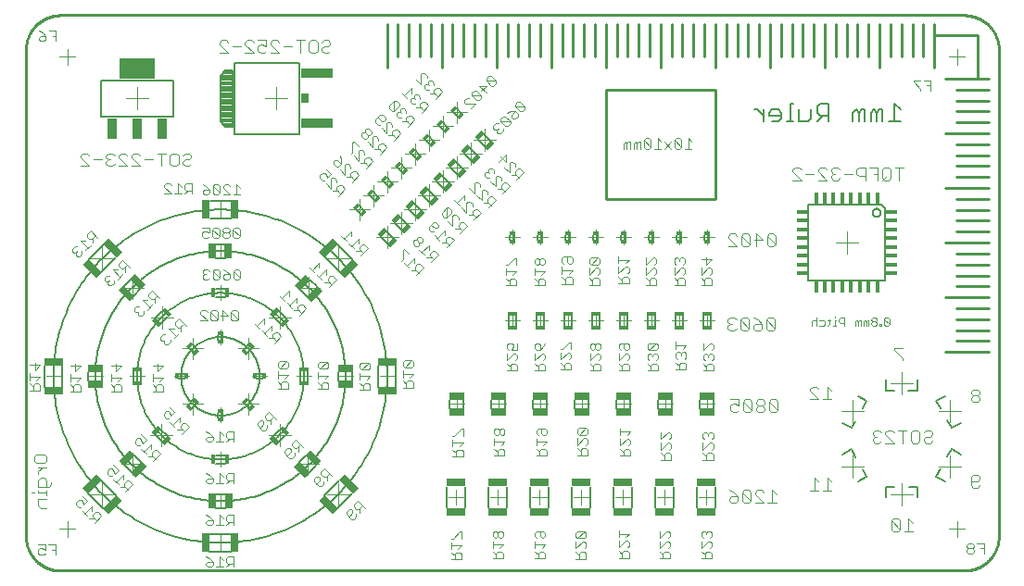
<source format=gbo>
G75*
%MOIN*%
%OFA0B0*%
%FSLAX25Y25*%
%IPPOS*%
%LPD*%
%AMOC8*
5,1,8,0,0,1.08239X$1,22.5*
%
%ADD10C,0.01000*%
%ADD11C,0.00400*%
%ADD12C,0.00800*%
%ADD13C,0.00300*%
%ADD14C,0.00600*%
%ADD15R,0.12600X0.07300*%
%ADD16R,0.03400X0.07300*%
%ADD17C,0.00000*%
%ADD18R,0.02900X0.06900*%
%ADD19R,0.02559X0.05512*%
%ADD20R,0.01600X0.03400*%
%ADD21R,0.01181X0.02362*%
%ADD22R,0.06900X0.02900*%
%ADD23R,0.05512X0.02559*%
%ADD24R,0.03400X0.01600*%
%ADD25R,0.02362X0.01181*%
%ADD26R,0.03900X0.01800*%
%ADD27R,0.01800X0.03900*%
%ADD28R,0.11400X0.03400*%
%ADD29R,0.03000X0.03400*%
%ADD30C,0.00787*%
D10*
X0014000Y0001750D02*
X0339000Y0001750D01*
X0339302Y0001754D01*
X0339604Y0001765D01*
X0339905Y0001783D01*
X0340206Y0001808D01*
X0340507Y0001841D01*
X0340806Y0001881D01*
X0341104Y0001928D01*
X0341402Y0001983D01*
X0341697Y0002044D01*
X0341991Y0002113D01*
X0342284Y0002189D01*
X0342574Y0002272D01*
X0342863Y0002362D01*
X0343149Y0002459D01*
X0343433Y0002562D01*
X0343714Y0002673D01*
X0343992Y0002790D01*
X0344268Y0002914D01*
X0344540Y0003045D01*
X0344809Y0003182D01*
X0345075Y0003325D01*
X0345337Y0003475D01*
X0345596Y0003632D01*
X0345850Y0003794D01*
X0346101Y0003963D01*
X0346347Y0004137D01*
X0346590Y0004318D01*
X0346827Y0004504D01*
X0347061Y0004696D01*
X0347289Y0004894D01*
X0347513Y0005097D01*
X0347731Y0005305D01*
X0347945Y0005519D01*
X0348153Y0005737D01*
X0348356Y0005961D01*
X0348554Y0006189D01*
X0348746Y0006423D01*
X0348932Y0006660D01*
X0349113Y0006903D01*
X0349287Y0007149D01*
X0349456Y0007400D01*
X0349618Y0007654D01*
X0349775Y0007913D01*
X0349925Y0008175D01*
X0350068Y0008441D01*
X0350205Y0008710D01*
X0350336Y0008982D01*
X0350460Y0009258D01*
X0350577Y0009536D01*
X0350688Y0009817D01*
X0350791Y0010101D01*
X0350888Y0010387D01*
X0350978Y0010676D01*
X0351061Y0010966D01*
X0351137Y0011259D01*
X0351206Y0011553D01*
X0351267Y0011848D01*
X0351322Y0012146D01*
X0351369Y0012444D01*
X0351409Y0012743D01*
X0351442Y0013044D01*
X0351467Y0013345D01*
X0351485Y0013646D01*
X0351496Y0013948D01*
X0351500Y0014250D01*
X0351500Y0189250D01*
X0344020Y0194663D02*
X0344020Y0178915D01*
X0347957Y0178915D02*
X0332209Y0178915D01*
X0336146Y0174978D02*
X0347957Y0174978D01*
X0347957Y0171041D02*
X0336146Y0171041D01*
X0336146Y0167104D02*
X0347957Y0167104D01*
X0347957Y0163167D02*
X0336146Y0163167D01*
X0332209Y0159230D02*
X0347957Y0159230D01*
X0347957Y0155293D02*
X0336146Y0155293D01*
X0336146Y0151356D02*
X0347957Y0151356D01*
X0347957Y0147419D02*
X0336146Y0147419D01*
X0336146Y0143482D02*
X0347957Y0143482D01*
X0347957Y0139545D02*
X0332209Y0139545D01*
X0336146Y0135608D02*
X0347957Y0135608D01*
X0347957Y0131671D02*
X0336146Y0131671D01*
X0336146Y0127734D02*
X0347957Y0127734D01*
X0347957Y0123797D02*
X0336146Y0123797D01*
X0332209Y0119860D02*
X0347957Y0119860D01*
X0347957Y0115923D02*
X0336146Y0115923D01*
X0336146Y0111986D02*
X0347957Y0111986D01*
X0347957Y0108049D02*
X0336146Y0108049D01*
X0336146Y0104112D02*
X0347957Y0104112D01*
X0347957Y0100175D02*
X0332209Y0100175D01*
X0336146Y0096238D02*
X0347957Y0096238D01*
X0347957Y0092301D02*
X0336146Y0092301D01*
X0336146Y0088364D02*
X0347957Y0088364D01*
X0347957Y0084427D02*
X0336146Y0084427D01*
X0332209Y0080490D02*
X0347957Y0080490D01*
X0249531Y0135608D02*
X0249531Y0174978D01*
X0210161Y0174978D01*
X0210161Y0135608D01*
X0249531Y0135608D01*
X0249531Y0182852D02*
X0249531Y0198600D01*
X0245594Y0198600D02*
X0245594Y0186789D01*
X0241657Y0186789D02*
X0241657Y0198600D01*
X0237720Y0198600D02*
X0237720Y0186789D01*
X0233783Y0186789D02*
X0233783Y0198600D01*
X0229846Y0198600D02*
X0229846Y0182852D01*
X0225909Y0186789D02*
X0225909Y0198600D01*
X0221972Y0198600D02*
X0221972Y0186789D01*
X0218035Y0186789D02*
X0218035Y0198600D01*
X0214098Y0198600D02*
X0214098Y0186789D01*
X0210161Y0182852D02*
X0210161Y0198600D01*
X0206224Y0198600D02*
X0206224Y0186789D01*
X0202287Y0186789D02*
X0202287Y0198600D01*
X0198350Y0198600D02*
X0198350Y0186789D01*
X0194413Y0186789D02*
X0194413Y0198600D01*
X0190476Y0198600D02*
X0190476Y0182852D01*
X0186539Y0186789D02*
X0186539Y0198600D01*
X0182602Y0198600D02*
X0182602Y0186789D01*
X0178665Y0186789D02*
X0178665Y0198600D01*
X0174728Y0198600D02*
X0174728Y0186789D01*
X0170791Y0182852D02*
X0170791Y0198600D01*
X0166854Y0198600D02*
X0166854Y0186789D01*
X0162917Y0186789D02*
X0162917Y0198600D01*
X0158980Y0198600D02*
X0158980Y0186789D01*
X0155043Y0186789D02*
X0155043Y0198600D01*
X0151106Y0198600D02*
X0151106Y0182852D01*
X0147169Y0186789D02*
X0147169Y0198600D01*
X0143232Y0198600D02*
X0143232Y0186789D01*
X0139295Y0186789D02*
X0139295Y0198600D01*
X0135358Y0198600D02*
X0135358Y0186789D01*
X0131421Y0182852D02*
X0131421Y0198600D01*
X0014000Y0201750D02*
X0339000Y0201750D01*
X0344020Y0194663D02*
X0328272Y0194663D01*
X0328272Y0198600D02*
X0328272Y0182852D01*
X0324335Y0186789D02*
X0324335Y0198600D01*
X0320398Y0198600D02*
X0320398Y0186789D01*
X0316461Y0186789D02*
X0316461Y0198600D01*
X0312524Y0198600D02*
X0312524Y0186789D01*
X0308587Y0182852D02*
X0308587Y0198600D01*
X0304650Y0198600D02*
X0304650Y0186789D01*
X0300713Y0186789D02*
X0300713Y0198600D01*
X0296776Y0198600D02*
X0296776Y0186789D01*
X0292839Y0186789D02*
X0292839Y0198600D01*
X0288902Y0198600D02*
X0288902Y0182852D01*
X0284965Y0186789D02*
X0284965Y0198600D01*
X0281028Y0198600D02*
X0281028Y0186789D01*
X0277091Y0186789D02*
X0277091Y0198600D01*
X0273154Y0198600D02*
X0273154Y0186789D01*
X0269217Y0182852D02*
X0269217Y0198600D01*
X0265280Y0198600D02*
X0265280Y0186789D01*
X0261343Y0186789D02*
X0261343Y0198600D01*
X0257406Y0198600D02*
X0257406Y0186789D01*
X0253469Y0186789D02*
X0253469Y0198600D01*
X0339000Y0201750D02*
X0339302Y0201746D01*
X0339604Y0201735D01*
X0339905Y0201717D01*
X0340206Y0201692D01*
X0340507Y0201659D01*
X0340806Y0201619D01*
X0341104Y0201572D01*
X0341402Y0201517D01*
X0341697Y0201456D01*
X0341991Y0201387D01*
X0342284Y0201311D01*
X0342574Y0201228D01*
X0342863Y0201138D01*
X0343149Y0201041D01*
X0343433Y0200938D01*
X0343714Y0200827D01*
X0343992Y0200710D01*
X0344268Y0200586D01*
X0344540Y0200455D01*
X0344809Y0200318D01*
X0345075Y0200175D01*
X0345337Y0200025D01*
X0345596Y0199868D01*
X0345850Y0199706D01*
X0346101Y0199537D01*
X0346347Y0199363D01*
X0346590Y0199182D01*
X0346827Y0198996D01*
X0347061Y0198804D01*
X0347289Y0198606D01*
X0347513Y0198403D01*
X0347731Y0198195D01*
X0347945Y0197981D01*
X0348153Y0197763D01*
X0348356Y0197539D01*
X0348554Y0197311D01*
X0348746Y0197077D01*
X0348932Y0196840D01*
X0349113Y0196597D01*
X0349287Y0196351D01*
X0349456Y0196100D01*
X0349618Y0195846D01*
X0349775Y0195587D01*
X0349925Y0195325D01*
X0350068Y0195059D01*
X0350205Y0194790D01*
X0350336Y0194518D01*
X0350460Y0194242D01*
X0350577Y0193964D01*
X0350688Y0193683D01*
X0350791Y0193399D01*
X0350888Y0193113D01*
X0350978Y0192824D01*
X0351061Y0192534D01*
X0351137Y0192241D01*
X0351206Y0191947D01*
X0351267Y0191652D01*
X0351322Y0191354D01*
X0351369Y0191056D01*
X0351409Y0190757D01*
X0351442Y0190456D01*
X0351467Y0190155D01*
X0351485Y0189854D01*
X0351496Y0189552D01*
X0351500Y0189250D01*
X0014000Y0201750D02*
X0013698Y0201746D01*
X0013396Y0201735D01*
X0013095Y0201717D01*
X0012794Y0201692D01*
X0012493Y0201659D01*
X0012194Y0201619D01*
X0011896Y0201572D01*
X0011598Y0201517D01*
X0011303Y0201456D01*
X0011009Y0201387D01*
X0010716Y0201311D01*
X0010426Y0201228D01*
X0010137Y0201138D01*
X0009851Y0201041D01*
X0009567Y0200938D01*
X0009286Y0200827D01*
X0009008Y0200710D01*
X0008732Y0200586D01*
X0008460Y0200455D01*
X0008191Y0200318D01*
X0007925Y0200175D01*
X0007663Y0200025D01*
X0007404Y0199868D01*
X0007150Y0199706D01*
X0006899Y0199537D01*
X0006653Y0199363D01*
X0006410Y0199182D01*
X0006173Y0198996D01*
X0005939Y0198804D01*
X0005711Y0198606D01*
X0005487Y0198403D01*
X0005269Y0198195D01*
X0005055Y0197981D01*
X0004847Y0197763D01*
X0004644Y0197539D01*
X0004446Y0197311D01*
X0004254Y0197077D01*
X0004068Y0196840D01*
X0003887Y0196597D01*
X0003713Y0196351D01*
X0003544Y0196100D01*
X0003382Y0195846D01*
X0003225Y0195587D01*
X0003075Y0195325D01*
X0002932Y0195059D01*
X0002795Y0194790D01*
X0002664Y0194518D01*
X0002540Y0194242D01*
X0002423Y0193964D01*
X0002312Y0193683D01*
X0002209Y0193399D01*
X0002112Y0193113D01*
X0002022Y0192824D01*
X0001939Y0192534D01*
X0001863Y0192241D01*
X0001794Y0191947D01*
X0001733Y0191652D01*
X0001678Y0191354D01*
X0001631Y0191056D01*
X0001591Y0190757D01*
X0001558Y0190456D01*
X0001533Y0190155D01*
X0001515Y0189854D01*
X0001504Y0189552D01*
X0001500Y0189250D01*
X0001500Y0014250D01*
X0001504Y0013948D01*
X0001515Y0013646D01*
X0001533Y0013345D01*
X0001558Y0013044D01*
X0001591Y0012743D01*
X0001631Y0012444D01*
X0001678Y0012146D01*
X0001733Y0011848D01*
X0001794Y0011553D01*
X0001863Y0011259D01*
X0001939Y0010966D01*
X0002022Y0010676D01*
X0002112Y0010387D01*
X0002209Y0010101D01*
X0002312Y0009817D01*
X0002423Y0009536D01*
X0002540Y0009258D01*
X0002664Y0008982D01*
X0002795Y0008710D01*
X0002932Y0008441D01*
X0003075Y0008175D01*
X0003225Y0007913D01*
X0003382Y0007654D01*
X0003544Y0007400D01*
X0003713Y0007149D01*
X0003887Y0006903D01*
X0004068Y0006660D01*
X0004254Y0006423D01*
X0004446Y0006189D01*
X0004644Y0005961D01*
X0004847Y0005737D01*
X0005055Y0005519D01*
X0005269Y0005305D01*
X0005487Y0005097D01*
X0005711Y0004894D01*
X0005939Y0004696D01*
X0006173Y0004504D01*
X0006410Y0004318D01*
X0006653Y0004137D01*
X0006899Y0003963D01*
X0007150Y0003794D01*
X0007404Y0003632D01*
X0007663Y0003475D01*
X0007925Y0003325D01*
X0008191Y0003182D01*
X0008460Y0003045D01*
X0008732Y0002914D01*
X0009008Y0002790D01*
X0009286Y0002673D01*
X0009567Y0002562D01*
X0009851Y0002459D01*
X0010137Y0002362D01*
X0010426Y0002272D01*
X0010716Y0002189D01*
X0011009Y0002113D01*
X0011303Y0002044D01*
X0011598Y0001983D01*
X0011896Y0001928D01*
X0012194Y0001881D01*
X0012493Y0001841D01*
X0012794Y0001808D01*
X0013095Y0001783D01*
X0013396Y0001765D01*
X0013698Y0001754D01*
X0014000Y0001750D01*
D11*
X0009050Y0024367D02*
X0006748Y0024367D01*
X0005981Y0025134D01*
X0005981Y0027436D01*
X0009050Y0027436D01*
X0009050Y0028971D02*
X0009050Y0030506D01*
X0009050Y0029738D02*
X0005981Y0029738D01*
X0005981Y0030506D01*
X0005981Y0032040D02*
X0005981Y0034342D01*
X0006748Y0035109D01*
X0008283Y0035109D01*
X0009050Y0034342D01*
X0009050Y0032040D01*
X0009817Y0032040D02*
X0005981Y0032040D01*
X0004446Y0029738D02*
X0003679Y0029738D01*
X0009817Y0032040D02*
X0010585Y0032808D01*
X0010585Y0033575D01*
X0005981Y0036644D02*
X0005981Y0037411D01*
X0007515Y0038946D01*
X0005981Y0038946D02*
X0009050Y0038946D01*
X0008283Y0040481D02*
X0005213Y0040481D01*
X0004446Y0041248D01*
X0004446Y0042783D01*
X0005213Y0043550D01*
X0008283Y0043550D01*
X0009050Y0042783D01*
X0009050Y0041248D01*
X0008283Y0040481D01*
X0021149Y0147450D02*
X0024219Y0147450D01*
X0021149Y0150519D01*
X0021149Y0151287D01*
X0021917Y0152054D01*
X0023451Y0152054D01*
X0024219Y0151287D01*
X0025753Y0149752D02*
X0028823Y0149752D01*
X0030357Y0150519D02*
X0031124Y0149752D01*
X0030357Y0148985D01*
X0030357Y0148217D01*
X0031124Y0147450D01*
X0032659Y0147450D01*
X0033426Y0148217D01*
X0034961Y0147450D02*
X0038030Y0147450D01*
X0034961Y0150519D01*
X0034961Y0151287D01*
X0035728Y0152054D01*
X0037263Y0152054D01*
X0038030Y0151287D01*
X0039565Y0151287D02*
X0040332Y0152054D01*
X0041867Y0152054D01*
X0042634Y0151287D01*
X0044169Y0149752D02*
X0047238Y0149752D01*
X0048773Y0152054D02*
X0051842Y0152054D01*
X0050308Y0152054D02*
X0050308Y0147450D01*
X0053377Y0148217D02*
X0053377Y0151287D01*
X0054144Y0152054D01*
X0055679Y0152054D01*
X0056446Y0151287D01*
X0056446Y0148217D01*
X0055679Y0147450D01*
X0054144Y0147450D01*
X0053377Y0148217D01*
X0057981Y0148217D02*
X0057981Y0148985D01*
X0058748Y0149752D01*
X0060283Y0149752D01*
X0061050Y0150519D01*
X0061050Y0151287D01*
X0060283Y0152054D01*
X0058748Y0152054D01*
X0057981Y0151287D01*
X0057981Y0148217D02*
X0058748Y0147450D01*
X0060283Y0147450D01*
X0061050Y0148217D01*
X0042634Y0147450D02*
X0039565Y0150519D01*
X0039565Y0151287D01*
X0039565Y0147450D02*
X0042634Y0147450D01*
X0033426Y0151287D02*
X0032659Y0152054D01*
X0031124Y0152054D01*
X0030357Y0151287D01*
X0030357Y0150519D01*
X0031124Y0149752D02*
X0031892Y0149752D01*
X0071149Y0188200D02*
X0074219Y0188200D01*
X0071149Y0191269D01*
X0071149Y0192037D01*
X0071917Y0192804D01*
X0073451Y0192804D01*
X0074219Y0192037D01*
X0075753Y0190502D02*
X0078823Y0190502D01*
X0080357Y0191269D02*
X0080357Y0192037D01*
X0081124Y0192804D01*
X0082659Y0192804D01*
X0083426Y0192037D01*
X0084961Y0192804D02*
X0088030Y0192804D01*
X0088030Y0190502D01*
X0086496Y0191269D01*
X0085728Y0191269D01*
X0084961Y0190502D01*
X0084961Y0188967D01*
X0085728Y0188200D01*
X0087263Y0188200D01*
X0088030Y0188967D01*
X0089565Y0188200D02*
X0092634Y0188200D01*
X0089565Y0191269D01*
X0089565Y0192037D01*
X0090332Y0192804D01*
X0091867Y0192804D01*
X0092634Y0192037D01*
X0094169Y0190502D02*
X0097238Y0190502D01*
X0098773Y0192804D02*
X0101842Y0192804D01*
X0100308Y0192804D02*
X0100308Y0188200D01*
X0103377Y0188967D02*
X0103377Y0192037D01*
X0104144Y0192804D01*
X0105679Y0192804D01*
X0106446Y0192037D01*
X0106446Y0188967D01*
X0105679Y0188200D01*
X0104144Y0188200D01*
X0103377Y0188967D01*
X0107981Y0188967D02*
X0107981Y0189735D01*
X0108748Y0190502D01*
X0110283Y0190502D01*
X0111050Y0191269D01*
X0111050Y0192037D01*
X0110283Y0192804D01*
X0108748Y0192804D01*
X0107981Y0192037D01*
X0107981Y0188967D02*
X0108748Y0188200D01*
X0110283Y0188200D01*
X0111050Y0188967D01*
X0083426Y0188200D02*
X0080357Y0191269D01*
X0080357Y0188200D02*
X0083426Y0188200D01*
X0254019Y0092067D02*
X0254019Y0091300D01*
X0254786Y0090532D01*
X0254019Y0089765D01*
X0254019Y0088998D01*
X0254786Y0088230D01*
X0256321Y0088230D01*
X0257088Y0088998D01*
X0258623Y0088998D02*
X0259390Y0088230D01*
X0260925Y0088230D01*
X0261692Y0088998D01*
X0258623Y0092067D01*
X0258623Y0088998D01*
X0261692Y0088998D02*
X0261692Y0092067D01*
X0260925Y0092834D01*
X0259390Y0092834D01*
X0258623Y0092067D01*
X0257088Y0092067D02*
X0256321Y0092834D01*
X0254786Y0092834D01*
X0254019Y0092067D01*
X0254786Y0090532D02*
X0255553Y0090532D01*
X0263227Y0089765D02*
X0263227Y0088998D01*
X0263994Y0088230D01*
X0265529Y0088230D01*
X0266296Y0088998D01*
X0266296Y0090532D01*
X0263994Y0090532D01*
X0263227Y0089765D01*
X0264761Y0092067D02*
X0263227Y0092834D01*
X0264761Y0092067D02*
X0266296Y0090532D01*
X0267831Y0088998D02*
X0268598Y0088230D01*
X0270133Y0088230D01*
X0270900Y0088998D01*
X0267831Y0092067D01*
X0267831Y0088998D01*
X0270900Y0088998D02*
X0270900Y0092067D01*
X0270133Y0092834D01*
X0268598Y0092834D01*
X0267831Y0092067D01*
X0284394Y0068054D02*
X0285929Y0068054D01*
X0286696Y0067287D01*
X0284394Y0068054D02*
X0283627Y0067287D01*
X0283627Y0066519D01*
X0286696Y0063450D01*
X0283627Y0063450D01*
X0288231Y0063450D02*
X0291300Y0063450D01*
X0289765Y0063450D02*
X0289765Y0068054D01*
X0291300Y0066519D01*
X0271844Y0062683D02*
X0271844Y0059614D01*
X0268775Y0062683D01*
X0268775Y0059614D01*
X0269542Y0058846D01*
X0271077Y0058846D01*
X0271844Y0059614D01*
X0271844Y0062683D02*
X0271077Y0063450D01*
X0269542Y0063450D01*
X0268775Y0062683D01*
X0267240Y0062683D02*
X0266473Y0063450D01*
X0264939Y0063450D01*
X0264171Y0062683D01*
X0264171Y0061916D01*
X0264939Y0061148D01*
X0266473Y0061148D01*
X0267240Y0061916D01*
X0267240Y0062683D01*
X0266473Y0061148D02*
X0267240Y0060381D01*
X0267240Y0059614D01*
X0266473Y0058846D01*
X0264939Y0058846D01*
X0264171Y0059614D01*
X0264171Y0060381D01*
X0264939Y0061148D01*
X0262637Y0059614D02*
X0259567Y0062683D01*
X0259567Y0059614D01*
X0260335Y0058846D01*
X0261869Y0058846D01*
X0262637Y0059614D01*
X0262637Y0062683D01*
X0261869Y0063450D01*
X0260335Y0063450D01*
X0259567Y0062683D01*
X0258033Y0063450D02*
X0258033Y0061148D01*
X0256498Y0061916D01*
X0255731Y0061916D01*
X0254963Y0061148D01*
X0254963Y0059614D01*
X0255731Y0058846D01*
X0257265Y0058846D01*
X0258033Y0059614D01*
X0258033Y0063450D02*
X0254963Y0063450D01*
X0285161Y0035304D02*
X0285161Y0030700D01*
X0283627Y0030700D02*
X0286696Y0030700D01*
X0288231Y0030700D02*
X0291300Y0030700D01*
X0289765Y0030700D02*
X0289765Y0035304D01*
X0291300Y0033769D01*
X0286696Y0033769D02*
X0285161Y0035304D01*
X0271435Y0029239D02*
X0269901Y0030774D01*
X0269901Y0026170D01*
X0271435Y0026170D02*
X0268366Y0026170D01*
X0266831Y0026170D02*
X0263762Y0029239D01*
X0263762Y0030006D01*
X0264530Y0030774D01*
X0266064Y0030774D01*
X0266831Y0030006D01*
X0262228Y0030006D02*
X0262228Y0026937D01*
X0259158Y0030006D01*
X0259158Y0026937D01*
X0259926Y0026170D01*
X0261460Y0026170D01*
X0262228Y0026937D01*
X0263762Y0026170D02*
X0266831Y0026170D01*
X0262228Y0030006D02*
X0261460Y0030774D01*
X0259926Y0030774D01*
X0259158Y0030006D01*
X0257624Y0028472D02*
X0257624Y0026937D01*
X0256856Y0026170D01*
X0255322Y0026170D01*
X0254554Y0026937D01*
X0254554Y0027704D01*
X0255322Y0028472D01*
X0257624Y0028472D01*
X0256089Y0030006D01*
X0254554Y0030774D01*
X0306065Y0048467D02*
X0306832Y0047700D01*
X0308367Y0047700D01*
X0309134Y0048467D01*
X0310669Y0047700D02*
X0313738Y0047700D01*
X0310669Y0050769D01*
X0310669Y0051537D01*
X0311436Y0052304D01*
X0312971Y0052304D01*
X0313738Y0051537D01*
X0315273Y0052304D02*
X0318342Y0052304D01*
X0316808Y0052304D02*
X0316808Y0047700D01*
X0319877Y0048467D02*
X0319877Y0051537D01*
X0320644Y0052304D01*
X0322179Y0052304D01*
X0322946Y0051537D01*
X0322946Y0048467D01*
X0322179Y0047700D01*
X0320644Y0047700D01*
X0319877Y0048467D01*
X0324481Y0048467D02*
X0324481Y0049235D01*
X0325248Y0050002D01*
X0326783Y0050002D01*
X0327550Y0050769D01*
X0327550Y0051537D01*
X0326783Y0052304D01*
X0325248Y0052304D01*
X0324481Y0051537D01*
X0324481Y0048467D02*
X0325248Y0047700D01*
X0326783Y0047700D01*
X0327550Y0048467D01*
X0309134Y0051537D02*
X0308367Y0052304D01*
X0306832Y0052304D01*
X0306065Y0051537D01*
X0306065Y0050769D01*
X0306832Y0050002D01*
X0306065Y0049235D01*
X0306065Y0048467D01*
X0306832Y0050002D02*
X0307600Y0050002D01*
X0341481Y0063217D02*
X0342248Y0062450D01*
X0343783Y0062450D01*
X0344550Y0063217D01*
X0344550Y0063985D01*
X0343783Y0064752D01*
X0342248Y0064752D01*
X0341481Y0063985D01*
X0341481Y0063217D01*
X0342248Y0064752D02*
X0341481Y0065519D01*
X0341481Y0066287D01*
X0342248Y0067054D01*
X0343783Y0067054D01*
X0344550Y0066287D01*
X0344550Y0065519D01*
X0343783Y0064752D01*
X0317050Y0077450D02*
X0317050Y0078217D01*
X0313981Y0081287D01*
X0313981Y0082054D01*
X0317050Y0082054D01*
X0271137Y0119260D02*
X0268068Y0122329D01*
X0268068Y0119260D01*
X0268835Y0118493D01*
X0270370Y0118493D01*
X0271137Y0119260D01*
X0271137Y0122329D01*
X0270370Y0123097D01*
X0268835Y0123097D01*
X0268068Y0122329D01*
X0266533Y0120795D02*
X0263464Y0120795D01*
X0261929Y0122329D02*
X0261162Y0123097D01*
X0259627Y0123097D01*
X0258860Y0122329D01*
X0261929Y0119260D01*
X0261162Y0118493D01*
X0259627Y0118493D01*
X0258860Y0119260D01*
X0258860Y0122329D01*
X0257326Y0122329D02*
X0256558Y0123097D01*
X0255024Y0123097D01*
X0254256Y0122329D01*
X0254256Y0121562D01*
X0257326Y0118493D01*
X0254256Y0118493D01*
X0261929Y0119260D02*
X0261929Y0122329D01*
X0264231Y0123097D02*
X0266533Y0120795D01*
X0264231Y0118493D02*
X0264231Y0123097D01*
X0277345Y0142357D02*
X0280415Y0142357D01*
X0277345Y0145426D01*
X0277345Y0146193D01*
X0278113Y0146960D01*
X0279647Y0146960D01*
X0280415Y0146193D01*
X0281949Y0144659D02*
X0285019Y0144659D01*
X0286553Y0145426D02*
X0286553Y0146193D01*
X0287321Y0146960D01*
X0288855Y0146960D01*
X0289623Y0146193D01*
X0291157Y0146193D02*
X0291157Y0145426D01*
X0291925Y0144659D01*
X0291157Y0143891D01*
X0291157Y0143124D01*
X0291925Y0142357D01*
X0293459Y0142357D01*
X0294227Y0143124D01*
X0295761Y0144659D02*
X0298830Y0144659D01*
X0300365Y0144659D02*
X0301132Y0143891D01*
X0303434Y0143891D01*
X0303434Y0142357D02*
X0303434Y0146960D01*
X0301132Y0146960D01*
X0300365Y0146193D01*
X0300365Y0144659D01*
X0304969Y0146960D02*
X0308038Y0146960D01*
X0308038Y0142357D01*
X0309573Y0142357D02*
X0311108Y0143891D01*
X0311875Y0142357D02*
X0312642Y0143124D01*
X0312642Y0146193D01*
X0311875Y0146960D01*
X0310340Y0146960D01*
X0309573Y0146193D01*
X0309573Y0143124D01*
X0310340Y0142357D01*
X0311875Y0142357D01*
X0315711Y0142357D02*
X0315711Y0146960D01*
X0314177Y0146960D02*
X0317246Y0146960D01*
X0308038Y0144659D02*
X0306504Y0144659D01*
X0294227Y0146193D02*
X0293459Y0146960D01*
X0291925Y0146960D01*
X0291157Y0146193D01*
X0291925Y0144659D02*
X0292692Y0144659D01*
X0289623Y0142357D02*
X0286553Y0142357D01*
X0286553Y0145426D02*
X0289623Y0142357D01*
X0342248Y0036304D02*
X0343783Y0036304D01*
X0344550Y0035537D01*
X0344550Y0034769D01*
X0343783Y0034002D01*
X0341481Y0034002D01*
X0341481Y0032467D02*
X0341481Y0035537D01*
X0342248Y0036304D01*
X0341481Y0032467D02*
X0342248Y0031700D01*
X0343783Y0031700D01*
X0344550Y0032467D01*
X0320550Y0019019D02*
X0319015Y0020554D01*
X0319015Y0015950D01*
X0317481Y0015950D02*
X0320550Y0015950D01*
X0315946Y0016717D02*
X0312877Y0019787D01*
X0312877Y0016717D01*
X0313644Y0015950D01*
X0315179Y0015950D01*
X0315946Y0016717D01*
X0315946Y0019787D01*
X0315179Y0020554D01*
X0313644Y0020554D01*
X0312877Y0019787D01*
D12*
X0057358Y0071750D02*
X0057362Y0072097D01*
X0057375Y0072444D01*
X0057396Y0072790D01*
X0057426Y0073136D01*
X0057464Y0073481D01*
X0057511Y0073825D01*
X0057566Y0074168D01*
X0057630Y0074509D01*
X0057702Y0074849D01*
X0057782Y0075186D01*
X0057870Y0075522D01*
X0057967Y0075855D01*
X0058072Y0076186D01*
X0058185Y0076514D01*
X0058306Y0076840D01*
X0058434Y0077162D01*
X0058571Y0077481D01*
X0058716Y0077796D01*
X0058868Y0078108D01*
X0059028Y0078416D01*
X0059195Y0078721D01*
X0059370Y0079020D01*
X0059552Y0079316D01*
X0059741Y0079607D01*
X0059938Y0079893D01*
X0060141Y0080174D01*
X0060351Y0080451D01*
X0060568Y0080722D01*
X0060792Y0080987D01*
X0061021Y0081247D01*
X0061258Y0081501D01*
X0061500Y0081750D01*
X0061749Y0081992D01*
X0062003Y0082229D01*
X0062263Y0082458D01*
X0062528Y0082682D01*
X0062799Y0082899D01*
X0063076Y0083109D01*
X0063357Y0083312D01*
X0063643Y0083509D01*
X0063934Y0083698D01*
X0064230Y0083880D01*
X0064529Y0084055D01*
X0064834Y0084222D01*
X0065142Y0084382D01*
X0065454Y0084534D01*
X0065769Y0084679D01*
X0066088Y0084816D01*
X0066410Y0084944D01*
X0066736Y0085065D01*
X0067064Y0085178D01*
X0067395Y0085283D01*
X0067728Y0085380D01*
X0068064Y0085468D01*
X0068401Y0085548D01*
X0068741Y0085620D01*
X0069082Y0085684D01*
X0069425Y0085739D01*
X0069769Y0085786D01*
X0070114Y0085824D01*
X0070460Y0085854D01*
X0070806Y0085875D01*
X0071153Y0085888D01*
X0071500Y0085892D01*
X0071847Y0085888D01*
X0072194Y0085875D01*
X0072540Y0085854D01*
X0072886Y0085824D01*
X0073231Y0085786D01*
X0073575Y0085739D01*
X0073918Y0085684D01*
X0074259Y0085620D01*
X0074599Y0085548D01*
X0074936Y0085468D01*
X0075272Y0085380D01*
X0075605Y0085283D01*
X0075936Y0085178D01*
X0076264Y0085065D01*
X0076590Y0084944D01*
X0076912Y0084816D01*
X0077231Y0084679D01*
X0077546Y0084534D01*
X0077858Y0084382D01*
X0078166Y0084222D01*
X0078471Y0084055D01*
X0078770Y0083880D01*
X0079066Y0083698D01*
X0079357Y0083509D01*
X0079643Y0083312D01*
X0079924Y0083109D01*
X0080201Y0082899D01*
X0080472Y0082682D01*
X0080737Y0082458D01*
X0080997Y0082229D01*
X0081251Y0081992D01*
X0081500Y0081750D01*
X0081742Y0081501D01*
X0081979Y0081247D01*
X0082208Y0080987D01*
X0082432Y0080722D01*
X0082649Y0080451D01*
X0082859Y0080174D01*
X0083062Y0079893D01*
X0083259Y0079607D01*
X0083448Y0079316D01*
X0083630Y0079020D01*
X0083805Y0078721D01*
X0083972Y0078416D01*
X0084132Y0078108D01*
X0084284Y0077796D01*
X0084429Y0077481D01*
X0084566Y0077162D01*
X0084694Y0076840D01*
X0084815Y0076514D01*
X0084928Y0076186D01*
X0085033Y0075855D01*
X0085130Y0075522D01*
X0085218Y0075186D01*
X0085298Y0074849D01*
X0085370Y0074509D01*
X0085434Y0074168D01*
X0085489Y0073825D01*
X0085536Y0073481D01*
X0085574Y0073136D01*
X0085604Y0072790D01*
X0085625Y0072444D01*
X0085638Y0072097D01*
X0085642Y0071750D01*
X0085638Y0071403D01*
X0085625Y0071056D01*
X0085604Y0070710D01*
X0085574Y0070364D01*
X0085536Y0070019D01*
X0085489Y0069675D01*
X0085434Y0069332D01*
X0085370Y0068991D01*
X0085298Y0068651D01*
X0085218Y0068314D01*
X0085130Y0067978D01*
X0085033Y0067645D01*
X0084928Y0067314D01*
X0084815Y0066986D01*
X0084694Y0066660D01*
X0084566Y0066338D01*
X0084429Y0066019D01*
X0084284Y0065704D01*
X0084132Y0065392D01*
X0083972Y0065084D01*
X0083805Y0064779D01*
X0083630Y0064480D01*
X0083448Y0064184D01*
X0083259Y0063893D01*
X0083062Y0063607D01*
X0082859Y0063326D01*
X0082649Y0063049D01*
X0082432Y0062778D01*
X0082208Y0062513D01*
X0081979Y0062253D01*
X0081742Y0061999D01*
X0081500Y0061750D01*
X0081251Y0061508D01*
X0080997Y0061271D01*
X0080737Y0061042D01*
X0080472Y0060818D01*
X0080201Y0060601D01*
X0079924Y0060391D01*
X0079643Y0060188D01*
X0079357Y0059991D01*
X0079066Y0059802D01*
X0078770Y0059620D01*
X0078471Y0059445D01*
X0078166Y0059278D01*
X0077858Y0059118D01*
X0077546Y0058966D01*
X0077231Y0058821D01*
X0076912Y0058684D01*
X0076590Y0058556D01*
X0076264Y0058435D01*
X0075936Y0058322D01*
X0075605Y0058217D01*
X0075272Y0058120D01*
X0074936Y0058032D01*
X0074599Y0057952D01*
X0074259Y0057880D01*
X0073918Y0057816D01*
X0073575Y0057761D01*
X0073231Y0057714D01*
X0072886Y0057676D01*
X0072540Y0057646D01*
X0072194Y0057625D01*
X0071847Y0057612D01*
X0071500Y0057608D01*
X0071153Y0057612D01*
X0070806Y0057625D01*
X0070460Y0057646D01*
X0070114Y0057676D01*
X0069769Y0057714D01*
X0069425Y0057761D01*
X0069082Y0057816D01*
X0068741Y0057880D01*
X0068401Y0057952D01*
X0068064Y0058032D01*
X0067728Y0058120D01*
X0067395Y0058217D01*
X0067064Y0058322D01*
X0066736Y0058435D01*
X0066410Y0058556D01*
X0066088Y0058684D01*
X0065769Y0058821D01*
X0065454Y0058966D01*
X0065142Y0059118D01*
X0064834Y0059278D01*
X0064529Y0059445D01*
X0064230Y0059620D01*
X0063934Y0059802D01*
X0063643Y0059991D01*
X0063357Y0060188D01*
X0063076Y0060391D01*
X0062799Y0060601D01*
X0062528Y0060818D01*
X0062263Y0061042D01*
X0062003Y0061271D01*
X0061749Y0061508D01*
X0061500Y0061750D01*
X0061258Y0061999D01*
X0061021Y0062253D01*
X0060792Y0062513D01*
X0060568Y0062778D01*
X0060351Y0063049D01*
X0060141Y0063326D01*
X0059938Y0063607D01*
X0059741Y0063893D01*
X0059552Y0064184D01*
X0059370Y0064480D01*
X0059195Y0064779D01*
X0059028Y0065084D01*
X0058868Y0065392D01*
X0058716Y0065704D01*
X0058571Y0066019D01*
X0058434Y0066338D01*
X0058306Y0066660D01*
X0058185Y0066986D01*
X0058072Y0067314D01*
X0057967Y0067645D01*
X0057870Y0067978D01*
X0057782Y0068314D01*
X0057702Y0068651D01*
X0057630Y0068991D01*
X0057566Y0069332D01*
X0057511Y0069675D01*
X0057464Y0070019D01*
X0057426Y0070364D01*
X0057396Y0070710D01*
X0057375Y0071056D01*
X0057362Y0071403D01*
X0057358Y0071750D01*
X0041500Y0071750D02*
X0041509Y0072486D01*
X0041536Y0073222D01*
X0041581Y0073957D01*
X0041644Y0074691D01*
X0041726Y0075422D01*
X0041825Y0076152D01*
X0041942Y0076879D01*
X0042076Y0077603D01*
X0042229Y0078323D01*
X0042399Y0079039D01*
X0042587Y0079751D01*
X0042792Y0080459D01*
X0043014Y0081160D01*
X0043254Y0081857D01*
X0043510Y0082547D01*
X0043784Y0083231D01*
X0044074Y0083907D01*
X0044380Y0084577D01*
X0044703Y0085238D01*
X0045042Y0085892D01*
X0045397Y0086537D01*
X0045768Y0087173D01*
X0046154Y0087800D01*
X0046556Y0088417D01*
X0046972Y0089024D01*
X0047404Y0089621D01*
X0047850Y0090207D01*
X0048310Y0090782D01*
X0048784Y0091345D01*
X0049271Y0091897D01*
X0049773Y0092436D01*
X0050287Y0092963D01*
X0050814Y0093477D01*
X0051353Y0093979D01*
X0051905Y0094466D01*
X0052468Y0094940D01*
X0053043Y0095400D01*
X0053629Y0095846D01*
X0054226Y0096278D01*
X0054833Y0096694D01*
X0055450Y0097096D01*
X0056077Y0097482D01*
X0056713Y0097853D01*
X0057358Y0098208D01*
X0058012Y0098547D01*
X0058673Y0098870D01*
X0059343Y0099176D01*
X0060019Y0099466D01*
X0060703Y0099740D01*
X0061393Y0099996D01*
X0062090Y0100236D01*
X0062791Y0100458D01*
X0063499Y0100663D01*
X0064211Y0100851D01*
X0064927Y0101021D01*
X0065647Y0101174D01*
X0066371Y0101308D01*
X0067098Y0101425D01*
X0067828Y0101524D01*
X0068559Y0101606D01*
X0069293Y0101669D01*
X0070028Y0101714D01*
X0070764Y0101741D01*
X0071500Y0101750D01*
X0072236Y0101741D01*
X0072972Y0101714D01*
X0073707Y0101669D01*
X0074441Y0101606D01*
X0075172Y0101524D01*
X0075902Y0101425D01*
X0076629Y0101308D01*
X0077353Y0101174D01*
X0078073Y0101021D01*
X0078789Y0100851D01*
X0079501Y0100663D01*
X0080209Y0100458D01*
X0080910Y0100236D01*
X0081607Y0099996D01*
X0082297Y0099740D01*
X0082981Y0099466D01*
X0083657Y0099176D01*
X0084327Y0098870D01*
X0084988Y0098547D01*
X0085642Y0098208D01*
X0086287Y0097853D01*
X0086923Y0097482D01*
X0087550Y0097096D01*
X0088167Y0096694D01*
X0088774Y0096278D01*
X0089371Y0095846D01*
X0089957Y0095400D01*
X0090532Y0094940D01*
X0091095Y0094466D01*
X0091647Y0093979D01*
X0092186Y0093477D01*
X0092713Y0092963D01*
X0093227Y0092436D01*
X0093729Y0091897D01*
X0094216Y0091345D01*
X0094690Y0090782D01*
X0095150Y0090207D01*
X0095596Y0089621D01*
X0096028Y0089024D01*
X0096444Y0088417D01*
X0096846Y0087800D01*
X0097232Y0087173D01*
X0097603Y0086537D01*
X0097958Y0085892D01*
X0098297Y0085238D01*
X0098620Y0084577D01*
X0098926Y0083907D01*
X0099216Y0083231D01*
X0099490Y0082547D01*
X0099746Y0081857D01*
X0099986Y0081160D01*
X0100208Y0080459D01*
X0100413Y0079751D01*
X0100601Y0079039D01*
X0100771Y0078323D01*
X0100924Y0077603D01*
X0101058Y0076879D01*
X0101175Y0076152D01*
X0101274Y0075422D01*
X0101356Y0074691D01*
X0101419Y0073957D01*
X0101464Y0073222D01*
X0101491Y0072486D01*
X0101500Y0071750D01*
X0101491Y0071014D01*
X0101464Y0070278D01*
X0101419Y0069543D01*
X0101356Y0068809D01*
X0101274Y0068078D01*
X0101175Y0067348D01*
X0101058Y0066621D01*
X0100924Y0065897D01*
X0100771Y0065177D01*
X0100601Y0064461D01*
X0100413Y0063749D01*
X0100208Y0063041D01*
X0099986Y0062340D01*
X0099746Y0061643D01*
X0099490Y0060953D01*
X0099216Y0060269D01*
X0098926Y0059593D01*
X0098620Y0058923D01*
X0098297Y0058262D01*
X0097958Y0057608D01*
X0097603Y0056963D01*
X0097232Y0056327D01*
X0096846Y0055700D01*
X0096444Y0055083D01*
X0096028Y0054476D01*
X0095596Y0053879D01*
X0095150Y0053293D01*
X0094690Y0052718D01*
X0094216Y0052155D01*
X0093729Y0051603D01*
X0093227Y0051064D01*
X0092713Y0050537D01*
X0092186Y0050023D01*
X0091647Y0049521D01*
X0091095Y0049034D01*
X0090532Y0048560D01*
X0089957Y0048100D01*
X0089371Y0047654D01*
X0088774Y0047222D01*
X0088167Y0046806D01*
X0087550Y0046404D01*
X0086923Y0046018D01*
X0086287Y0045647D01*
X0085642Y0045292D01*
X0084988Y0044953D01*
X0084327Y0044630D01*
X0083657Y0044324D01*
X0082981Y0044034D01*
X0082297Y0043760D01*
X0081607Y0043504D01*
X0080910Y0043264D01*
X0080209Y0043042D01*
X0079501Y0042837D01*
X0078789Y0042649D01*
X0078073Y0042479D01*
X0077353Y0042326D01*
X0076629Y0042192D01*
X0075902Y0042075D01*
X0075172Y0041976D01*
X0074441Y0041894D01*
X0073707Y0041831D01*
X0072972Y0041786D01*
X0072236Y0041759D01*
X0071500Y0041750D01*
X0070764Y0041759D01*
X0070028Y0041786D01*
X0069293Y0041831D01*
X0068559Y0041894D01*
X0067828Y0041976D01*
X0067098Y0042075D01*
X0066371Y0042192D01*
X0065647Y0042326D01*
X0064927Y0042479D01*
X0064211Y0042649D01*
X0063499Y0042837D01*
X0062791Y0043042D01*
X0062090Y0043264D01*
X0061393Y0043504D01*
X0060703Y0043760D01*
X0060019Y0044034D01*
X0059343Y0044324D01*
X0058673Y0044630D01*
X0058012Y0044953D01*
X0057358Y0045292D01*
X0056713Y0045647D01*
X0056077Y0046018D01*
X0055450Y0046404D01*
X0054833Y0046806D01*
X0054226Y0047222D01*
X0053629Y0047654D01*
X0053043Y0048100D01*
X0052468Y0048560D01*
X0051905Y0049034D01*
X0051353Y0049521D01*
X0050814Y0050023D01*
X0050287Y0050537D01*
X0049773Y0051064D01*
X0049271Y0051603D01*
X0048784Y0052155D01*
X0048310Y0052718D01*
X0047850Y0053293D01*
X0047404Y0053879D01*
X0046972Y0054476D01*
X0046556Y0055083D01*
X0046154Y0055700D01*
X0045768Y0056327D01*
X0045397Y0056963D01*
X0045042Y0057608D01*
X0044703Y0058262D01*
X0044380Y0058923D01*
X0044074Y0059593D01*
X0043784Y0060269D01*
X0043510Y0060953D01*
X0043254Y0061643D01*
X0043014Y0062340D01*
X0042792Y0063041D01*
X0042587Y0063749D01*
X0042399Y0064461D01*
X0042229Y0065177D01*
X0042076Y0065897D01*
X0041942Y0066621D01*
X0041825Y0067348D01*
X0041726Y0068078D01*
X0041644Y0068809D01*
X0041581Y0069543D01*
X0041536Y0070278D01*
X0041509Y0071014D01*
X0041500Y0071750D01*
X0026500Y0071750D02*
X0026514Y0072854D01*
X0026554Y0073958D01*
X0026622Y0075060D01*
X0026717Y0076161D01*
X0026838Y0077258D01*
X0026987Y0078353D01*
X0027163Y0079443D01*
X0027365Y0080529D01*
X0027593Y0081610D01*
X0027849Y0082684D01*
X0028130Y0083752D01*
X0028438Y0084813D01*
X0028771Y0085866D01*
X0029131Y0086910D01*
X0029515Y0087945D01*
X0029925Y0088971D01*
X0030361Y0089986D01*
X0030820Y0090990D01*
X0031305Y0091983D01*
X0031814Y0092963D01*
X0032346Y0093930D01*
X0032902Y0094885D01*
X0033482Y0095825D01*
X0034084Y0096751D01*
X0034709Y0097661D01*
X0035356Y0098556D01*
X0036024Y0099435D01*
X0036715Y0100298D01*
X0037426Y0101143D01*
X0038157Y0101970D01*
X0038909Y0102779D01*
X0039680Y0103570D01*
X0040471Y0104341D01*
X0041280Y0105093D01*
X0042107Y0105824D01*
X0042952Y0106535D01*
X0043815Y0107226D01*
X0044694Y0107894D01*
X0045589Y0108541D01*
X0046499Y0109166D01*
X0047425Y0109768D01*
X0048365Y0110348D01*
X0049320Y0110904D01*
X0050287Y0111436D01*
X0051267Y0111945D01*
X0052260Y0112430D01*
X0053264Y0112889D01*
X0054279Y0113325D01*
X0055305Y0113735D01*
X0056340Y0114119D01*
X0057384Y0114479D01*
X0058437Y0114812D01*
X0059498Y0115120D01*
X0060566Y0115401D01*
X0061640Y0115657D01*
X0062721Y0115885D01*
X0063807Y0116087D01*
X0064897Y0116263D01*
X0065992Y0116412D01*
X0067089Y0116533D01*
X0068190Y0116628D01*
X0069292Y0116696D01*
X0070396Y0116736D01*
X0071500Y0116750D01*
X0072604Y0116736D01*
X0073708Y0116696D01*
X0074810Y0116628D01*
X0075911Y0116533D01*
X0077008Y0116412D01*
X0078103Y0116263D01*
X0079193Y0116087D01*
X0080279Y0115885D01*
X0081360Y0115657D01*
X0082434Y0115401D01*
X0083502Y0115120D01*
X0084563Y0114812D01*
X0085616Y0114479D01*
X0086660Y0114119D01*
X0087695Y0113735D01*
X0088721Y0113325D01*
X0089736Y0112889D01*
X0090740Y0112430D01*
X0091733Y0111945D01*
X0092713Y0111436D01*
X0093680Y0110904D01*
X0094635Y0110348D01*
X0095575Y0109768D01*
X0096501Y0109166D01*
X0097411Y0108541D01*
X0098306Y0107894D01*
X0099185Y0107226D01*
X0100048Y0106535D01*
X0100893Y0105824D01*
X0101720Y0105093D01*
X0102529Y0104341D01*
X0103320Y0103570D01*
X0104091Y0102779D01*
X0104843Y0101970D01*
X0105574Y0101143D01*
X0106285Y0100298D01*
X0106976Y0099435D01*
X0107644Y0098556D01*
X0108291Y0097661D01*
X0108916Y0096751D01*
X0109518Y0095825D01*
X0110098Y0094885D01*
X0110654Y0093930D01*
X0111186Y0092963D01*
X0111695Y0091983D01*
X0112180Y0090990D01*
X0112639Y0089986D01*
X0113075Y0088971D01*
X0113485Y0087945D01*
X0113869Y0086910D01*
X0114229Y0085866D01*
X0114562Y0084813D01*
X0114870Y0083752D01*
X0115151Y0082684D01*
X0115407Y0081610D01*
X0115635Y0080529D01*
X0115837Y0079443D01*
X0116013Y0078353D01*
X0116162Y0077258D01*
X0116283Y0076161D01*
X0116378Y0075060D01*
X0116446Y0073958D01*
X0116486Y0072854D01*
X0116500Y0071750D01*
X0116486Y0070646D01*
X0116446Y0069542D01*
X0116378Y0068440D01*
X0116283Y0067339D01*
X0116162Y0066242D01*
X0116013Y0065147D01*
X0115837Y0064057D01*
X0115635Y0062971D01*
X0115407Y0061890D01*
X0115151Y0060816D01*
X0114870Y0059748D01*
X0114562Y0058687D01*
X0114229Y0057634D01*
X0113869Y0056590D01*
X0113485Y0055555D01*
X0113075Y0054529D01*
X0112639Y0053514D01*
X0112180Y0052510D01*
X0111695Y0051517D01*
X0111186Y0050537D01*
X0110654Y0049570D01*
X0110098Y0048615D01*
X0109518Y0047675D01*
X0108916Y0046749D01*
X0108291Y0045839D01*
X0107644Y0044944D01*
X0106976Y0044065D01*
X0106285Y0043202D01*
X0105574Y0042357D01*
X0104843Y0041530D01*
X0104091Y0040721D01*
X0103320Y0039930D01*
X0102529Y0039159D01*
X0101720Y0038407D01*
X0100893Y0037676D01*
X0100048Y0036965D01*
X0099185Y0036274D01*
X0098306Y0035606D01*
X0097411Y0034959D01*
X0096501Y0034334D01*
X0095575Y0033732D01*
X0094635Y0033152D01*
X0093680Y0032596D01*
X0092713Y0032064D01*
X0091733Y0031555D01*
X0090740Y0031070D01*
X0089736Y0030611D01*
X0088721Y0030175D01*
X0087695Y0029765D01*
X0086660Y0029381D01*
X0085616Y0029021D01*
X0084563Y0028688D01*
X0083502Y0028380D01*
X0082434Y0028099D01*
X0081360Y0027843D01*
X0080279Y0027615D01*
X0079193Y0027413D01*
X0078103Y0027237D01*
X0077008Y0027088D01*
X0075911Y0026967D01*
X0074810Y0026872D01*
X0073708Y0026804D01*
X0072604Y0026764D01*
X0071500Y0026750D01*
X0070396Y0026764D01*
X0069292Y0026804D01*
X0068190Y0026872D01*
X0067089Y0026967D01*
X0065992Y0027088D01*
X0064897Y0027237D01*
X0063807Y0027413D01*
X0062721Y0027615D01*
X0061640Y0027843D01*
X0060566Y0028099D01*
X0059498Y0028380D01*
X0058437Y0028688D01*
X0057384Y0029021D01*
X0056340Y0029381D01*
X0055305Y0029765D01*
X0054279Y0030175D01*
X0053264Y0030611D01*
X0052260Y0031070D01*
X0051267Y0031555D01*
X0050287Y0032064D01*
X0049320Y0032596D01*
X0048365Y0033152D01*
X0047425Y0033732D01*
X0046499Y0034334D01*
X0045589Y0034959D01*
X0044694Y0035606D01*
X0043815Y0036274D01*
X0042952Y0036965D01*
X0042107Y0037676D01*
X0041280Y0038407D01*
X0040471Y0039159D01*
X0039680Y0039930D01*
X0038909Y0040721D01*
X0038157Y0041530D01*
X0037426Y0042357D01*
X0036715Y0043202D01*
X0036024Y0044065D01*
X0035356Y0044944D01*
X0034709Y0045839D01*
X0034084Y0046749D01*
X0033482Y0047675D01*
X0032902Y0048615D01*
X0032346Y0049570D01*
X0031814Y0050537D01*
X0031305Y0051517D01*
X0030820Y0052510D01*
X0030361Y0053514D01*
X0029925Y0054529D01*
X0029515Y0055555D01*
X0029131Y0056590D01*
X0028771Y0057634D01*
X0028438Y0058687D01*
X0028130Y0059748D01*
X0027849Y0060816D01*
X0027593Y0061890D01*
X0027365Y0062971D01*
X0027163Y0064057D01*
X0026987Y0065147D01*
X0026838Y0066242D01*
X0026717Y0067339D01*
X0026622Y0068440D01*
X0026554Y0069542D01*
X0026514Y0070646D01*
X0026500Y0071750D01*
X0011500Y0071750D02*
X0011518Y0073222D01*
X0011572Y0074694D01*
X0011663Y0076164D01*
X0011789Y0077631D01*
X0011951Y0079095D01*
X0012149Y0080554D01*
X0012383Y0082008D01*
X0012653Y0083455D01*
X0012958Y0084896D01*
X0013298Y0086329D01*
X0013673Y0087753D01*
X0014084Y0089167D01*
X0014528Y0090571D01*
X0015007Y0091963D01*
X0015520Y0093344D01*
X0016067Y0094711D01*
X0016647Y0096064D01*
X0017261Y0097403D01*
X0017907Y0098727D01*
X0018585Y0100034D01*
X0019295Y0101324D01*
X0020036Y0102596D01*
X0020809Y0103850D01*
X0021612Y0105084D01*
X0022445Y0106298D01*
X0023308Y0107492D01*
X0024199Y0108664D01*
X0025119Y0109814D01*
X0026067Y0110940D01*
X0027043Y0112044D01*
X0028045Y0113122D01*
X0029074Y0114176D01*
X0030128Y0115205D01*
X0031206Y0116207D01*
X0032310Y0117183D01*
X0033436Y0118131D01*
X0034586Y0119051D01*
X0035758Y0119942D01*
X0036952Y0120805D01*
X0038166Y0121638D01*
X0039400Y0122441D01*
X0040654Y0123214D01*
X0041926Y0123955D01*
X0043216Y0124665D01*
X0044523Y0125343D01*
X0045847Y0125989D01*
X0047186Y0126603D01*
X0048539Y0127183D01*
X0049906Y0127730D01*
X0051287Y0128243D01*
X0052679Y0128722D01*
X0054083Y0129166D01*
X0055497Y0129577D01*
X0056921Y0129952D01*
X0058354Y0130292D01*
X0059795Y0130597D01*
X0061242Y0130867D01*
X0062696Y0131101D01*
X0064155Y0131299D01*
X0065619Y0131461D01*
X0067086Y0131587D01*
X0068556Y0131678D01*
X0070028Y0131732D01*
X0071500Y0131750D01*
X0072972Y0131732D01*
X0074444Y0131678D01*
X0075914Y0131587D01*
X0077381Y0131461D01*
X0078845Y0131299D01*
X0080304Y0131101D01*
X0081758Y0130867D01*
X0083205Y0130597D01*
X0084646Y0130292D01*
X0086079Y0129952D01*
X0087503Y0129577D01*
X0088917Y0129166D01*
X0090321Y0128722D01*
X0091713Y0128243D01*
X0093094Y0127730D01*
X0094461Y0127183D01*
X0095814Y0126603D01*
X0097153Y0125989D01*
X0098477Y0125343D01*
X0099784Y0124665D01*
X0101074Y0123955D01*
X0102346Y0123214D01*
X0103600Y0122441D01*
X0104834Y0121638D01*
X0106048Y0120805D01*
X0107242Y0119942D01*
X0108414Y0119051D01*
X0109564Y0118131D01*
X0110690Y0117183D01*
X0111794Y0116207D01*
X0112872Y0115205D01*
X0113926Y0114176D01*
X0114955Y0113122D01*
X0115957Y0112044D01*
X0116933Y0110940D01*
X0117881Y0109814D01*
X0118801Y0108664D01*
X0119692Y0107492D01*
X0120555Y0106298D01*
X0121388Y0105084D01*
X0122191Y0103850D01*
X0122964Y0102596D01*
X0123705Y0101324D01*
X0124415Y0100034D01*
X0125093Y0098727D01*
X0125739Y0097403D01*
X0126353Y0096064D01*
X0126933Y0094711D01*
X0127480Y0093344D01*
X0127993Y0091963D01*
X0128472Y0090571D01*
X0128916Y0089167D01*
X0129327Y0087753D01*
X0129702Y0086329D01*
X0130042Y0084896D01*
X0130347Y0083455D01*
X0130617Y0082008D01*
X0130851Y0080554D01*
X0131049Y0079095D01*
X0131211Y0077631D01*
X0131337Y0076164D01*
X0131428Y0074694D01*
X0131482Y0073222D01*
X0131500Y0071750D01*
X0131482Y0070278D01*
X0131428Y0068806D01*
X0131337Y0067336D01*
X0131211Y0065869D01*
X0131049Y0064405D01*
X0130851Y0062946D01*
X0130617Y0061492D01*
X0130347Y0060045D01*
X0130042Y0058604D01*
X0129702Y0057171D01*
X0129327Y0055747D01*
X0128916Y0054333D01*
X0128472Y0052929D01*
X0127993Y0051537D01*
X0127480Y0050156D01*
X0126933Y0048789D01*
X0126353Y0047436D01*
X0125739Y0046097D01*
X0125093Y0044773D01*
X0124415Y0043466D01*
X0123705Y0042176D01*
X0122964Y0040904D01*
X0122191Y0039650D01*
X0121388Y0038416D01*
X0120555Y0037202D01*
X0119692Y0036008D01*
X0118801Y0034836D01*
X0117881Y0033686D01*
X0116933Y0032560D01*
X0115957Y0031456D01*
X0114955Y0030378D01*
X0113926Y0029324D01*
X0112872Y0028295D01*
X0111794Y0027293D01*
X0110690Y0026317D01*
X0109564Y0025369D01*
X0108414Y0024449D01*
X0107242Y0023558D01*
X0106048Y0022695D01*
X0104834Y0021862D01*
X0103600Y0021059D01*
X0102346Y0020286D01*
X0101074Y0019545D01*
X0099784Y0018835D01*
X0098477Y0018157D01*
X0097153Y0017511D01*
X0095814Y0016897D01*
X0094461Y0016317D01*
X0093094Y0015770D01*
X0091713Y0015257D01*
X0090321Y0014778D01*
X0088917Y0014334D01*
X0087503Y0013923D01*
X0086079Y0013548D01*
X0084646Y0013208D01*
X0083205Y0012903D01*
X0081758Y0012633D01*
X0080304Y0012399D01*
X0078845Y0012201D01*
X0077381Y0012039D01*
X0075914Y0011913D01*
X0074444Y0011822D01*
X0072972Y0011768D01*
X0071500Y0011750D01*
X0070028Y0011768D01*
X0068556Y0011822D01*
X0067086Y0011913D01*
X0065619Y0012039D01*
X0064155Y0012201D01*
X0062696Y0012399D01*
X0061242Y0012633D01*
X0059795Y0012903D01*
X0058354Y0013208D01*
X0056921Y0013548D01*
X0055497Y0013923D01*
X0054083Y0014334D01*
X0052679Y0014778D01*
X0051287Y0015257D01*
X0049906Y0015770D01*
X0048539Y0016317D01*
X0047186Y0016897D01*
X0045847Y0017511D01*
X0044523Y0018157D01*
X0043216Y0018835D01*
X0041926Y0019545D01*
X0040654Y0020286D01*
X0039400Y0021059D01*
X0038166Y0021862D01*
X0036952Y0022695D01*
X0035758Y0023558D01*
X0034586Y0024449D01*
X0033436Y0025369D01*
X0032310Y0026317D01*
X0031206Y0027293D01*
X0030128Y0028295D01*
X0029074Y0029324D01*
X0028045Y0030378D01*
X0027043Y0031456D01*
X0026067Y0032560D01*
X0025119Y0033686D01*
X0024199Y0034836D01*
X0023308Y0036008D01*
X0022445Y0037202D01*
X0021612Y0038416D01*
X0020809Y0039650D01*
X0020036Y0040904D01*
X0019295Y0042176D01*
X0018585Y0043466D01*
X0017907Y0044773D01*
X0017261Y0046097D01*
X0016647Y0047436D01*
X0016067Y0048789D01*
X0015520Y0050156D01*
X0015007Y0051537D01*
X0014528Y0052929D01*
X0014084Y0054333D01*
X0013673Y0055747D01*
X0013298Y0057171D01*
X0012958Y0058604D01*
X0012653Y0060045D01*
X0012383Y0061492D01*
X0012149Y0062946D01*
X0011951Y0064405D01*
X0011789Y0065869D01*
X0011663Y0067336D01*
X0011572Y0068806D01*
X0011518Y0070278D01*
X0011500Y0071750D01*
X0076403Y0158847D02*
X0076402Y0184652D01*
X0076400Y0184650D02*
X0100000Y0184652D01*
X0100000Y0158848D01*
X0076400Y0158850D01*
X0076000Y0161650D02*
X0073200Y0161650D01*
X0071400Y0163450D01*
X0071400Y0180050D01*
X0073200Y0181850D01*
X0076000Y0181850D01*
X0076000Y0161650D01*
X0054400Y0165250D02*
X0054400Y0178250D01*
X0028600Y0178250D01*
X0028600Y0165250D01*
X0054400Y0165250D01*
D13*
X0007800Y0007400D02*
X0006565Y0007400D01*
X0005948Y0008017D01*
X0005948Y0009252D01*
X0006565Y0009869D01*
X0007182Y0009869D01*
X0008417Y0009252D01*
X0008417Y0011103D01*
X0005948Y0011103D01*
X0009631Y0011103D02*
X0012100Y0011103D01*
X0012100Y0007400D01*
X0012100Y0009252D02*
X0010866Y0009252D01*
X0008417Y0008017D02*
X0007800Y0007400D01*
X0026104Y0018901D02*
X0028722Y0021520D01*
X0027413Y0022829D01*
X0026540Y0022829D01*
X0025667Y0021956D01*
X0025667Y0021084D01*
X0026976Y0019774D01*
X0026104Y0020647D02*
X0024358Y0020647D01*
X0023499Y0021506D02*
X0021753Y0023252D01*
X0022626Y0022379D02*
X0025245Y0024997D01*
X0025245Y0023252D01*
X0022204Y0025419D02*
X0021768Y0026729D01*
X0021331Y0027165D01*
X0020458Y0027165D01*
X0019586Y0026292D01*
X0019586Y0025419D01*
X0020458Y0024547D01*
X0021331Y0024547D01*
X0022204Y0025419D02*
X0023513Y0026729D01*
X0021768Y0028474D01*
X0030836Y0036669D02*
X0031708Y0035797D01*
X0032581Y0035797D01*
X0033454Y0036669D02*
X0033018Y0037979D01*
X0032581Y0038415D01*
X0031708Y0038415D01*
X0030836Y0037542D01*
X0030836Y0036669D01*
X0033454Y0036669D02*
X0034763Y0037979D01*
X0033018Y0039724D01*
X0036495Y0036247D02*
X0033876Y0033629D01*
X0034749Y0032756D02*
X0033003Y0034502D01*
X0036495Y0034502D02*
X0036495Y0036247D01*
X0037790Y0034079D02*
X0036917Y0033206D01*
X0036917Y0032334D01*
X0038226Y0031024D01*
X0037354Y0030151D02*
X0039972Y0032770D01*
X0038663Y0034079D01*
X0037790Y0034079D01*
X0037354Y0031897D02*
X0035608Y0031897D01*
X0047354Y0041151D02*
X0049972Y0043770D01*
X0048663Y0045079D01*
X0047790Y0045079D01*
X0046917Y0044206D01*
X0046917Y0043334D01*
X0048226Y0042024D01*
X0047354Y0042897D02*
X0045608Y0042897D01*
X0044749Y0043756D02*
X0043003Y0045502D01*
X0043876Y0044629D02*
X0046495Y0047247D01*
X0046495Y0045502D01*
X0043454Y0047669D02*
X0043018Y0048979D01*
X0042581Y0049415D01*
X0041708Y0049415D01*
X0040836Y0048542D01*
X0040836Y0047669D01*
X0041708Y0046797D01*
X0042581Y0046797D01*
X0043454Y0047669D02*
X0044763Y0048979D01*
X0043018Y0050724D01*
X0051086Y0057419D02*
X0051958Y0056547D01*
X0052831Y0056547D01*
X0053704Y0057419D02*
X0053268Y0058729D01*
X0052831Y0059165D01*
X0051958Y0059165D01*
X0051086Y0058292D01*
X0051086Y0057419D01*
X0053704Y0057419D02*
X0055013Y0058729D01*
X0053268Y0060474D01*
X0056745Y0056997D02*
X0054126Y0054379D01*
X0054999Y0053506D02*
X0053253Y0055252D01*
X0056745Y0055252D02*
X0056745Y0056997D01*
X0058040Y0054829D02*
X0057167Y0053956D01*
X0057167Y0053084D01*
X0058476Y0051774D01*
X0057604Y0050901D02*
X0060222Y0053520D01*
X0058913Y0054829D01*
X0058040Y0054829D01*
X0057604Y0052647D02*
X0055858Y0052647D01*
X0066265Y0051853D02*
X0067499Y0051236D01*
X0068734Y0050002D01*
X0066882Y0050002D01*
X0066265Y0049384D01*
X0066265Y0048767D01*
X0066882Y0048150D01*
X0068117Y0048150D01*
X0068734Y0048767D01*
X0068734Y0050002D01*
X0069948Y0048150D02*
X0072417Y0048150D01*
X0073631Y0048150D02*
X0074866Y0049384D01*
X0074248Y0049384D02*
X0076100Y0049384D01*
X0076100Y0048150D02*
X0076100Y0051853D01*
X0074248Y0051853D01*
X0073631Y0051236D01*
X0073631Y0050002D01*
X0074248Y0049384D01*
X0072417Y0050619D02*
X0071182Y0051853D01*
X0071182Y0048150D01*
X0084859Y0054125D02*
X0084859Y0054998D01*
X0085732Y0055871D01*
X0086605Y0055871D01*
X0087041Y0055434D01*
X0087041Y0054561D01*
X0085732Y0053252D01*
X0086605Y0052379D02*
X0084859Y0054125D01*
X0086605Y0052379D02*
X0087478Y0052379D01*
X0088351Y0053252D01*
X0088351Y0054125D01*
X0089646Y0054547D02*
X0089646Y0056293D01*
X0089209Y0055856D02*
X0090519Y0057166D01*
X0091391Y0056293D02*
X0088773Y0058911D01*
X0087464Y0057602D01*
X0087464Y0056729D01*
X0088336Y0055856D01*
X0089209Y0055856D01*
X0097214Y0047602D02*
X0098523Y0048911D01*
X0101141Y0046293D01*
X0100269Y0047166D02*
X0098959Y0045856D01*
X0098086Y0045856D01*
X0097214Y0046729D01*
X0097214Y0047602D01*
X0096355Y0045871D02*
X0096791Y0045434D01*
X0096791Y0044561D01*
X0095482Y0043252D01*
X0094609Y0044125D02*
X0094609Y0044998D01*
X0095482Y0045871D01*
X0096355Y0045871D01*
X0098101Y0044125D02*
X0098101Y0043252D01*
X0097228Y0042379D01*
X0096355Y0042379D01*
X0094609Y0044125D01*
X0099396Y0044547D02*
X0099396Y0046293D01*
X0107714Y0037352D02*
X0109023Y0038661D01*
X0111641Y0036043D01*
X0110769Y0036916D02*
X0109459Y0035606D01*
X0108586Y0035606D01*
X0107714Y0036479D01*
X0107714Y0037352D01*
X0106855Y0035621D02*
X0107291Y0035184D01*
X0107291Y0034311D01*
X0105982Y0033002D01*
X0105109Y0033875D02*
X0105109Y0034748D01*
X0105982Y0035621D01*
X0106855Y0035621D01*
X0108601Y0033875D02*
X0108601Y0033002D01*
X0107728Y0032129D01*
X0106855Y0032129D01*
X0105109Y0033875D01*
X0109896Y0034297D02*
X0109896Y0036043D01*
X0119464Y0025602D02*
X0120773Y0026911D01*
X0123391Y0024293D01*
X0122519Y0025166D02*
X0121209Y0023856D01*
X0120336Y0023856D01*
X0119464Y0024729D01*
X0119464Y0025602D01*
X0118605Y0023871D02*
X0119041Y0023434D01*
X0119041Y0022561D01*
X0117732Y0021252D01*
X0116859Y0022125D02*
X0116859Y0022998D01*
X0117732Y0023871D01*
X0118605Y0023871D01*
X0120351Y0022125D02*
X0120351Y0021252D01*
X0119478Y0020379D01*
X0118605Y0020379D01*
X0116859Y0022125D01*
X0121646Y0022547D02*
X0121646Y0024293D01*
X0154537Y0013269D02*
X0155154Y0013269D01*
X0157623Y0015738D01*
X0158240Y0015738D01*
X0158240Y0013269D01*
X0158240Y0010821D02*
X0154537Y0010821D01*
X0154537Y0012055D02*
X0154537Y0009586D01*
X0154537Y0008372D02*
X0155772Y0007137D01*
X0155772Y0007755D02*
X0155772Y0005903D01*
X0154537Y0005903D02*
X0158240Y0005903D01*
X0158240Y0007755D01*
X0157623Y0008372D01*
X0156389Y0008372D01*
X0155772Y0007755D01*
X0157006Y0009586D02*
X0158240Y0010821D01*
X0169487Y0011113D02*
X0173190Y0011113D01*
X0171956Y0009879D01*
X0172573Y0008665D02*
X0171339Y0008665D01*
X0170721Y0008048D01*
X0170721Y0006196D01*
X0169487Y0006196D02*
X0173190Y0006196D01*
X0173190Y0008048D01*
X0172573Y0008665D01*
X0170721Y0007430D02*
X0169487Y0008665D01*
X0169487Y0009879D02*
X0169487Y0012348D01*
X0170104Y0013562D02*
X0170721Y0013562D01*
X0171339Y0014179D01*
X0171339Y0015414D01*
X0170721Y0016031D01*
X0170104Y0016031D01*
X0169487Y0015414D01*
X0169487Y0014179D01*
X0170104Y0013562D01*
X0171339Y0014179D02*
X0171956Y0013562D01*
X0172573Y0013562D01*
X0173190Y0014179D01*
X0173190Y0015414D01*
X0172573Y0016031D01*
X0171956Y0016031D01*
X0171339Y0015414D01*
X0184614Y0015383D02*
X0184614Y0014149D01*
X0185231Y0013532D01*
X0184614Y0012318D02*
X0184614Y0009849D01*
X0184614Y0008634D02*
X0185848Y0007400D01*
X0185848Y0008017D02*
X0185848Y0006166D01*
X0184614Y0006166D02*
X0188317Y0006166D01*
X0188317Y0008017D01*
X0187700Y0008634D01*
X0186465Y0008634D01*
X0185848Y0008017D01*
X0187082Y0009849D02*
X0188317Y0011083D01*
X0184614Y0011083D01*
X0187082Y0013532D02*
X0186465Y0014149D01*
X0186465Y0016001D01*
X0185231Y0016001D02*
X0187700Y0016001D01*
X0188317Y0015383D01*
X0188317Y0014149D01*
X0187700Y0013532D01*
X0187082Y0013532D01*
X0184614Y0015383D02*
X0185231Y0016001D01*
X0199326Y0015267D02*
X0199326Y0014033D01*
X0199943Y0013416D01*
X0202412Y0015885D01*
X0199943Y0015885D01*
X0199326Y0015267D01*
X0199943Y0013416D02*
X0202412Y0013416D01*
X0203029Y0014033D01*
X0203029Y0015267D01*
X0202412Y0015885D01*
X0202412Y0012201D02*
X0203029Y0011584D01*
X0203029Y0010350D01*
X0202412Y0009733D01*
X0202412Y0008518D02*
X0201177Y0008518D01*
X0200560Y0007901D01*
X0200560Y0006049D01*
X0199326Y0006049D02*
X0203029Y0006049D01*
X0203029Y0007901D01*
X0202412Y0008518D01*
X0200560Y0007284D02*
X0199326Y0008518D01*
X0199326Y0009733D02*
X0201795Y0012201D01*
X0202412Y0012201D01*
X0199326Y0012201D02*
X0199326Y0009733D01*
X0214788Y0010056D02*
X0217257Y0012525D01*
X0217874Y0012525D01*
X0218491Y0011907D01*
X0218491Y0010673D01*
X0217874Y0010056D01*
X0217874Y0008841D02*
X0216640Y0008841D01*
X0216023Y0008224D01*
X0216023Y0006373D01*
X0216023Y0007607D02*
X0214788Y0008841D01*
X0214788Y0010056D02*
X0214788Y0012525D01*
X0214788Y0013739D02*
X0214788Y0016208D01*
X0214788Y0014973D02*
X0218491Y0014973D01*
X0217257Y0013739D01*
X0217874Y0008841D02*
X0218491Y0008224D01*
X0218491Y0006373D01*
X0214788Y0006373D01*
X0229456Y0006193D02*
X0233160Y0006193D01*
X0233160Y0008044D01*
X0232542Y0008662D01*
X0231308Y0008662D01*
X0230691Y0008044D01*
X0230691Y0006193D01*
X0230691Y0007427D02*
X0229456Y0008662D01*
X0229456Y0009876D02*
X0231925Y0012345D01*
X0232542Y0012345D01*
X0233160Y0011728D01*
X0233160Y0010493D01*
X0232542Y0009876D01*
X0229456Y0009876D02*
X0229456Y0012345D01*
X0229456Y0013559D02*
X0231925Y0016028D01*
X0232542Y0016028D01*
X0233160Y0015411D01*
X0233160Y0014176D01*
X0232542Y0013559D01*
X0229456Y0013559D02*
X0229456Y0016028D01*
X0244527Y0015411D02*
X0244527Y0014176D01*
X0245145Y0013559D01*
X0244527Y0012345D02*
X0244527Y0009876D01*
X0246996Y0012345D01*
X0247613Y0012345D01*
X0248231Y0011728D01*
X0248231Y0010493D01*
X0247613Y0009876D01*
X0247613Y0008662D02*
X0246379Y0008662D01*
X0245762Y0008044D01*
X0245762Y0006193D01*
X0245762Y0007427D02*
X0244527Y0008662D01*
X0244527Y0006193D02*
X0248231Y0006193D01*
X0248231Y0008044D01*
X0247613Y0008662D01*
X0247613Y0013559D02*
X0248231Y0014176D01*
X0248231Y0015411D01*
X0247613Y0016028D01*
X0246996Y0016028D01*
X0246379Y0015411D01*
X0245762Y0016028D01*
X0245145Y0016028D01*
X0244527Y0015411D01*
X0246379Y0015411D02*
X0246379Y0014794D01*
X0246262Y0041693D02*
X0246262Y0043544D01*
X0246879Y0044162D01*
X0248113Y0044162D01*
X0248731Y0043544D01*
X0248731Y0041693D01*
X0245027Y0041693D01*
X0246262Y0042927D02*
X0245027Y0044162D01*
X0245027Y0045376D02*
X0247496Y0047845D01*
X0248113Y0047845D01*
X0248731Y0047228D01*
X0248731Y0045993D01*
X0248113Y0045376D01*
X0245027Y0045376D02*
X0245027Y0047845D01*
X0245645Y0049059D02*
X0245027Y0049676D01*
X0245027Y0050911D01*
X0245645Y0051528D01*
X0246262Y0051528D01*
X0246879Y0050911D01*
X0246879Y0050294D01*
X0246879Y0050911D02*
X0247496Y0051528D01*
X0248113Y0051528D01*
X0248731Y0050911D01*
X0248731Y0049676D01*
X0248113Y0049059D01*
X0233660Y0049676D02*
X0233042Y0049059D01*
X0233660Y0049676D02*
X0233660Y0050911D01*
X0233042Y0051528D01*
X0232425Y0051528D01*
X0229956Y0049059D01*
X0229956Y0051528D01*
X0229956Y0047845D02*
X0229956Y0045376D01*
X0232425Y0047845D01*
X0233042Y0047845D01*
X0233660Y0047228D01*
X0233660Y0045993D01*
X0233042Y0045376D01*
X0233042Y0044162D02*
X0231808Y0044162D01*
X0231191Y0043544D01*
X0231191Y0041693D01*
X0231191Y0042927D02*
X0229956Y0044162D01*
X0229956Y0041693D02*
X0233660Y0041693D01*
X0233660Y0043544D01*
X0233042Y0044162D01*
X0218991Y0044974D02*
X0218991Y0043123D01*
X0215288Y0043123D01*
X0216523Y0043123D02*
X0216523Y0044974D01*
X0217140Y0045591D01*
X0218374Y0045591D01*
X0218991Y0044974D01*
X0218374Y0046806D02*
X0218991Y0047423D01*
X0218991Y0048657D01*
X0218374Y0049275D01*
X0217757Y0049275D01*
X0215288Y0046806D01*
X0215288Y0049275D01*
X0215288Y0050489D02*
X0215288Y0052958D01*
X0215288Y0051723D02*
X0218991Y0051723D01*
X0217757Y0050489D01*
X0215288Y0045591D02*
X0216523Y0044357D01*
X0203529Y0045151D02*
X0203529Y0043299D01*
X0199826Y0043299D01*
X0201060Y0043299D02*
X0201060Y0045151D01*
X0201677Y0045768D01*
X0202912Y0045768D01*
X0203529Y0045151D01*
X0202912Y0046983D02*
X0203529Y0047600D01*
X0203529Y0048834D01*
X0202912Y0049451D01*
X0202295Y0049451D01*
X0199826Y0046983D01*
X0199826Y0049451D01*
X0200443Y0050666D02*
X0202912Y0053135D01*
X0200443Y0053135D01*
X0199826Y0052517D01*
X0199826Y0051283D01*
X0200443Y0050666D01*
X0202912Y0050666D01*
X0203529Y0051283D01*
X0203529Y0052517D01*
X0202912Y0053135D01*
X0199826Y0045768D02*
X0201060Y0044534D01*
X0188817Y0045017D02*
X0188817Y0043166D01*
X0185114Y0043166D01*
X0186348Y0043166D02*
X0186348Y0045017D01*
X0186965Y0045634D01*
X0188200Y0045634D01*
X0188817Y0045017D01*
X0187582Y0046849D02*
X0188817Y0048083D01*
X0185114Y0048083D01*
X0185114Y0046849D02*
X0185114Y0049318D01*
X0185731Y0050532D02*
X0185114Y0051149D01*
X0185114Y0052383D01*
X0185731Y0053001D01*
X0188200Y0053001D01*
X0188817Y0052383D01*
X0188817Y0051149D01*
X0188200Y0050532D01*
X0187582Y0050532D01*
X0186965Y0051149D01*
X0186965Y0053001D01*
X0173690Y0052414D02*
X0173073Y0053031D01*
X0172456Y0053031D01*
X0171839Y0052414D01*
X0171839Y0051179D01*
X0172456Y0050562D01*
X0173073Y0050562D01*
X0173690Y0051179D01*
X0173690Y0052414D01*
X0171839Y0052414D02*
X0171221Y0053031D01*
X0170604Y0053031D01*
X0169987Y0052414D01*
X0169987Y0051179D01*
X0170604Y0050562D01*
X0171221Y0050562D01*
X0171839Y0051179D01*
X0169987Y0049348D02*
X0169987Y0046879D01*
X0169987Y0045665D02*
X0171221Y0044430D01*
X0171221Y0045048D02*
X0171221Y0043196D01*
X0169987Y0043196D02*
X0173690Y0043196D01*
X0173690Y0045048D01*
X0173073Y0045665D01*
X0171839Y0045665D01*
X0171221Y0045048D01*
X0172456Y0046879D02*
X0173690Y0048113D01*
X0169987Y0048113D01*
X0158740Y0047821D02*
X0157506Y0046586D01*
X0156889Y0045372D02*
X0156272Y0044755D01*
X0156272Y0042903D01*
X0156272Y0044137D02*
X0155037Y0045372D01*
X0155037Y0046586D02*
X0155037Y0049055D01*
X0155037Y0050269D02*
X0155654Y0050269D01*
X0158123Y0052738D01*
X0158740Y0052738D01*
X0158740Y0050269D01*
X0158740Y0047821D02*
X0155037Y0047821D01*
X0156889Y0045372D02*
X0158123Y0045372D01*
X0158740Y0044755D01*
X0158740Y0042903D01*
X0155037Y0042903D01*
X0185114Y0045634D02*
X0186348Y0044400D01*
X0140853Y0067601D02*
X0140853Y0069452D01*
X0140236Y0070069D01*
X0139002Y0070069D01*
X0138384Y0069452D01*
X0138384Y0067601D01*
X0138384Y0068835D02*
X0137150Y0070069D01*
X0137150Y0071284D02*
X0137150Y0073752D01*
X0137150Y0072518D02*
X0140853Y0072518D01*
X0139619Y0071284D01*
X0140236Y0074967D02*
X0140853Y0075584D01*
X0140853Y0076818D01*
X0140236Y0077436D01*
X0137767Y0074967D01*
X0137150Y0075584D01*
X0137150Y0076818D01*
X0137767Y0077436D01*
X0140236Y0077436D01*
X0140236Y0074967D02*
X0137767Y0074967D01*
X0137150Y0067601D02*
X0140853Y0067601D01*
X0125353Y0066851D02*
X0125353Y0068702D01*
X0124736Y0069319D01*
X0123502Y0069319D01*
X0122884Y0068702D01*
X0122884Y0066851D01*
X0122884Y0068085D02*
X0121650Y0069319D01*
X0121650Y0070534D02*
X0121650Y0073002D01*
X0121650Y0071768D02*
X0125353Y0071768D01*
X0124119Y0070534D01*
X0124736Y0074217D02*
X0122267Y0074217D01*
X0124736Y0076686D01*
X0122267Y0076686D01*
X0121650Y0076068D01*
X0121650Y0074834D01*
X0122267Y0074217D01*
X0124736Y0074217D02*
X0125353Y0074834D01*
X0125353Y0076068D01*
X0124736Y0076686D01*
X0110353Y0076318D02*
X0110353Y0075084D01*
X0109736Y0074467D01*
X0107267Y0074467D01*
X0109736Y0076936D01*
X0107267Y0076936D01*
X0106650Y0076318D01*
X0106650Y0075084D01*
X0107267Y0074467D01*
X0106650Y0073252D02*
X0106650Y0070784D01*
X0106650Y0069569D02*
X0107884Y0068335D01*
X0107884Y0068952D02*
X0107884Y0067101D01*
X0106650Y0067101D02*
X0110353Y0067101D01*
X0110353Y0068952D01*
X0109736Y0069569D01*
X0108502Y0069569D01*
X0107884Y0068952D01*
X0109119Y0070784D02*
X0110353Y0072018D01*
X0106650Y0072018D01*
X0110353Y0076318D02*
X0109736Y0076936D01*
X0095853Y0076568D02*
X0095236Y0077186D01*
X0092767Y0074717D01*
X0092150Y0075334D01*
X0092150Y0076568D01*
X0092767Y0077186D01*
X0095236Y0077186D01*
X0095853Y0076568D02*
X0095853Y0075334D01*
X0095236Y0074717D01*
X0092767Y0074717D01*
X0092150Y0073502D02*
X0092150Y0071034D01*
X0092150Y0069819D02*
X0093384Y0068585D01*
X0093384Y0069202D02*
X0093384Y0067351D01*
X0092150Y0067351D02*
X0095853Y0067351D01*
X0095853Y0069202D01*
X0095236Y0069819D01*
X0094002Y0069819D01*
X0093384Y0069202D01*
X0094619Y0071034D02*
X0095853Y0072268D01*
X0092150Y0072268D01*
X0090750Y0083712D02*
X0093369Y0086331D01*
X0092059Y0087640D01*
X0091186Y0087640D01*
X0090314Y0086767D01*
X0090314Y0085894D01*
X0091623Y0084585D01*
X0090750Y0085458D02*
X0089004Y0085458D01*
X0088146Y0086316D02*
X0086400Y0088062D01*
X0085541Y0088921D02*
X0083796Y0090667D01*
X0084668Y0089794D02*
X0087287Y0092412D01*
X0087287Y0090667D01*
X0089891Y0089808D02*
X0089891Y0088062D01*
X0089891Y0089808D02*
X0087273Y0087189D01*
X0077775Y0092383D02*
X0077158Y0091766D01*
X0075923Y0091766D01*
X0075306Y0092383D01*
X0075306Y0094852D01*
X0077775Y0092383D01*
X0077775Y0094852D01*
X0077158Y0095469D01*
X0075923Y0095469D01*
X0075306Y0094852D01*
X0074092Y0093617D02*
X0071623Y0093617D01*
X0070409Y0092383D02*
X0067940Y0094852D01*
X0067940Y0092383D01*
X0068557Y0091766D01*
X0069791Y0091766D01*
X0070409Y0092383D01*
X0070409Y0094852D01*
X0069791Y0095469D01*
X0068557Y0095469D01*
X0067940Y0094852D01*
X0066725Y0094852D02*
X0066108Y0095469D01*
X0064874Y0095469D01*
X0064257Y0094852D01*
X0064257Y0094235D01*
X0066725Y0091766D01*
X0064257Y0091766D01*
X0059111Y0089780D02*
X0056493Y0092399D01*
X0055183Y0091090D01*
X0055183Y0090217D01*
X0056056Y0089344D01*
X0056929Y0089344D01*
X0058238Y0090653D01*
X0057365Y0089780D02*
X0057365Y0088035D01*
X0056507Y0087176D02*
X0054761Y0085430D01*
X0055634Y0086303D02*
X0053015Y0088922D01*
X0054761Y0088922D01*
X0051720Y0086754D02*
X0050847Y0086754D01*
X0049975Y0085881D01*
X0049975Y0085008D01*
X0050411Y0084572D01*
X0051284Y0084572D01*
X0051284Y0083699D01*
X0051720Y0083262D01*
X0052593Y0083262D01*
X0053466Y0084135D01*
X0053466Y0085008D01*
X0051720Y0085008D02*
X0051284Y0084572D01*
X0049002Y0076186D02*
X0049002Y0073717D01*
X0050853Y0075568D01*
X0047150Y0075568D01*
X0047150Y0072502D02*
X0047150Y0070034D01*
X0047150Y0068819D02*
X0048384Y0067585D01*
X0048384Y0068202D02*
X0048384Y0066351D01*
X0047150Y0066351D02*
X0050853Y0066351D01*
X0050853Y0068202D01*
X0050236Y0068819D01*
X0049002Y0068819D01*
X0048384Y0068202D01*
X0049619Y0070034D02*
X0050853Y0071268D01*
X0047150Y0071268D01*
X0035853Y0071268D02*
X0032150Y0071268D01*
X0032150Y0070034D02*
X0032150Y0072502D01*
X0034002Y0073717D02*
X0034002Y0076186D01*
X0035853Y0075568D02*
X0032150Y0075568D01*
X0034002Y0073717D02*
X0035853Y0075568D01*
X0035853Y0071268D02*
X0034619Y0070034D01*
X0035236Y0068819D02*
X0034002Y0068819D01*
X0033384Y0068202D01*
X0033384Y0066351D01*
X0033384Y0067585D02*
X0032150Y0068819D01*
X0032150Y0066351D02*
X0035853Y0066351D01*
X0035853Y0068202D01*
X0035236Y0068819D01*
X0021103Y0068202D02*
X0021103Y0066351D01*
X0017400Y0066351D01*
X0018634Y0066351D02*
X0018634Y0068202D01*
X0019252Y0068819D01*
X0020486Y0068819D01*
X0021103Y0068202D01*
X0019869Y0070034D02*
X0021103Y0071268D01*
X0017400Y0071268D01*
X0017400Y0070034D02*
X0017400Y0072502D01*
X0019252Y0073717D02*
X0019252Y0076186D01*
X0021103Y0075568D02*
X0019252Y0073717D01*
X0021103Y0075568D02*
X0017400Y0075568D01*
X0006603Y0075818D02*
X0004752Y0073967D01*
X0004752Y0076436D01*
X0006603Y0075818D02*
X0002900Y0075818D01*
X0002900Y0072752D02*
X0002900Y0070284D01*
X0002900Y0069069D02*
X0004134Y0067835D01*
X0004134Y0068452D02*
X0004134Y0066601D01*
X0002900Y0066601D02*
X0006603Y0066601D01*
X0006603Y0068452D01*
X0005986Y0069069D01*
X0004752Y0069069D01*
X0004134Y0068452D01*
X0005369Y0070284D02*
X0006603Y0071518D01*
X0002900Y0071518D01*
X0017400Y0068819D02*
X0018634Y0067585D01*
X0042220Y0093512D02*
X0043093Y0093512D01*
X0043966Y0094385D01*
X0043966Y0095258D01*
X0045261Y0095680D02*
X0047007Y0097426D01*
X0047865Y0098285D02*
X0047865Y0100030D01*
X0047429Y0099594D02*
X0048738Y0100903D01*
X0049611Y0100030D02*
X0046993Y0102649D01*
X0045683Y0101340D01*
X0045683Y0100467D01*
X0046556Y0099594D01*
X0047429Y0099594D01*
X0045261Y0099172D02*
X0043515Y0099172D01*
X0046134Y0096553D01*
X0042220Y0097004D02*
X0041347Y0097004D01*
X0040475Y0096131D01*
X0040475Y0095258D01*
X0040911Y0094822D01*
X0041784Y0094822D01*
X0041784Y0093949D01*
X0042220Y0093512D01*
X0041784Y0094822D02*
X0042220Y0095258D01*
X0032343Y0104512D02*
X0031470Y0104512D01*
X0031034Y0104949D01*
X0031034Y0105822D01*
X0031470Y0106258D01*
X0031034Y0105822D02*
X0030161Y0105822D01*
X0029725Y0106258D01*
X0029725Y0107131D01*
X0030597Y0108004D01*
X0031470Y0108004D01*
X0033216Y0106258D02*
X0033216Y0105385D01*
X0032343Y0104512D01*
X0034511Y0106680D02*
X0036257Y0108426D01*
X0037115Y0109285D02*
X0037115Y0111030D01*
X0036679Y0110594D02*
X0037988Y0111903D01*
X0038861Y0111030D02*
X0036243Y0113649D01*
X0034933Y0112340D01*
X0034933Y0111467D01*
X0035806Y0110594D01*
X0036679Y0110594D01*
X0034511Y0110172D02*
X0032765Y0110172D01*
X0035384Y0107553D01*
X0024757Y0118926D02*
X0023011Y0117180D01*
X0023884Y0118053D02*
X0021265Y0120672D01*
X0023011Y0120672D01*
X0023433Y0121967D02*
X0024306Y0121094D01*
X0025179Y0121094D01*
X0026488Y0122403D01*
X0025615Y0121530D02*
X0025615Y0119785D01*
X0027361Y0121530D02*
X0024743Y0124149D01*
X0023433Y0122840D01*
X0023433Y0121967D01*
X0019970Y0118504D02*
X0019097Y0118504D01*
X0018225Y0117631D01*
X0018225Y0116758D01*
X0018661Y0116322D01*
X0019534Y0116322D01*
X0019534Y0115449D01*
X0019970Y0115012D01*
X0020843Y0115012D01*
X0021716Y0115885D01*
X0021716Y0116758D01*
X0019970Y0116758D02*
X0019534Y0116322D01*
X0051265Y0137400D02*
X0053734Y0137400D01*
X0051265Y0139869D01*
X0051265Y0140486D01*
X0051882Y0141103D01*
X0053117Y0141103D01*
X0053734Y0140486D01*
X0056182Y0141103D02*
X0056182Y0137400D01*
X0054948Y0137400D02*
X0057417Y0137400D01*
X0058631Y0137400D02*
X0059866Y0138634D01*
X0059248Y0138634D02*
X0061100Y0138634D01*
X0061100Y0137400D02*
X0061100Y0141103D01*
X0059248Y0141103D01*
X0058631Y0140486D01*
X0058631Y0139252D01*
X0059248Y0138634D01*
X0057417Y0139869D02*
X0056182Y0141103D01*
X0065082Y0140853D02*
X0066316Y0140236D01*
X0067551Y0139002D01*
X0065699Y0139002D01*
X0065082Y0138384D01*
X0065082Y0137767D01*
X0065699Y0137150D01*
X0066933Y0137150D01*
X0067551Y0137767D01*
X0067551Y0139002D01*
X0068765Y0140236D02*
X0071234Y0137767D01*
X0070617Y0137150D01*
X0069382Y0137150D01*
X0068765Y0137767D01*
X0068765Y0140236D01*
X0069382Y0140853D01*
X0070617Y0140853D01*
X0071234Y0140236D01*
X0071234Y0137767D01*
X0072448Y0137150D02*
X0074917Y0137150D01*
X0072448Y0139619D01*
X0072448Y0140236D01*
X0073065Y0140853D01*
X0074300Y0140853D01*
X0074917Y0140236D01*
X0077366Y0140853D02*
X0077366Y0137150D01*
X0078600Y0137150D02*
X0076131Y0137150D01*
X0078600Y0139619D02*
X0077366Y0140853D01*
X0077868Y0125277D02*
X0076634Y0125277D01*
X0076017Y0124659D01*
X0078485Y0122191D01*
X0077868Y0121573D01*
X0076634Y0121573D01*
X0076017Y0122191D01*
X0076017Y0124659D01*
X0074802Y0124659D02*
X0074802Y0124042D01*
X0074185Y0123425D01*
X0072951Y0123425D01*
X0072333Y0122808D01*
X0072333Y0122191D01*
X0072951Y0121573D01*
X0074185Y0121573D01*
X0074802Y0122191D01*
X0074802Y0122808D01*
X0074185Y0123425D01*
X0072951Y0123425D02*
X0072333Y0124042D01*
X0072333Y0124659D01*
X0072951Y0125277D01*
X0074185Y0125277D01*
X0074802Y0124659D01*
X0077868Y0125277D02*
X0078485Y0124659D01*
X0078485Y0122191D01*
X0071119Y0122191D02*
X0068650Y0124659D01*
X0068650Y0122191D01*
X0069267Y0121573D01*
X0070502Y0121573D01*
X0071119Y0122191D01*
X0071119Y0124659D01*
X0070502Y0125277D01*
X0069267Y0125277D01*
X0068650Y0124659D01*
X0067436Y0125277D02*
X0067436Y0123425D01*
X0066201Y0124042D01*
X0065584Y0124042D01*
X0064967Y0123425D01*
X0064967Y0122191D01*
X0065584Y0121573D01*
X0066819Y0121573D01*
X0067436Y0122191D01*
X0067436Y0125277D02*
X0064967Y0125277D01*
X0065680Y0110253D02*
X0065063Y0109636D01*
X0065063Y0109019D01*
X0065680Y0108402D01*
X0065063Y0107785D01*
X0065063Y0107167D01*
X0065680Y0106550D01*
X0066915Y0106550D01*
X0067532Y0107167D01*
X0068746Y0107167D02*
X0069364Y0106550D01*
X0070598Y0106550D01*
X0071215Y0107167D01*
X0068746Y0109636D01*
X0068746Y0107167D01*
X0068746Y0109636D02*
X0069364Y0110253D01*
X0070598Y0110253D01*
X0071215Y0109636D01*
X0071215Y0107167D01*
X0072430Y0107167D02*
X0072430Y0107785D01*
X0073047Y0108402D01*
X0074898Y0108402D01*
X0074898Y0107167D01*
X0074281Y0106550D01*
X0073047Y0106550D01*
X0072430Y0107167D01*
X0074898Y0108402D02*
X0073664Y0109636D01*
X0072430Y0110253D01*
X0076113Y0109636D02*
X0078581Y0107167D01*
X0077964Y0106550D01*
X0076730Y0106550D01*
X0076113Y0107167D01*
X0076113Y0109636D01*
X0076730Y0110253D01*
X0077964Y0110253D01*
X0078581Y0109636D01*
X0078581Y0107167D01*
X0067532Y0109636D02*
X0066915Y0110253D01*
X0065680Y0110253D01*
X0065680Y0108402D02*
X0066298Y0108402D01*
X0072240Y0095469D02*
X0074092Y0093617D01*
X0072240Y0091766D02*
X0072240Y0095469D01*
X0092796Y0100667D02*
X0094541Y0098921D01*
X0095400Y0098062D02*
X0097146Y0096316D01*
X0098004Y0095458D02*
X0099750Y0095458D01*
X0099314Y0095894D02*
X0100623Y0094585D01*
X0099750Y0093712D02*
X0102369Y0096331D01*
X0101059Y0097640D01*
X0100186Y0097640D01*
X0099314Y0096767D01*
X0099314Y0095894D01*
X0098891Y0098062D02*
X0098891Y0099808D01*
X0096273Y0097189D01*
X0096287Y0100667D02*
X0096287Y0102412D01*
X0093668Y0099794D01*
X0103546Y0110917D02*
X0105291Y0109171D01*
X0106150Y0108312D02*
X0107896Y0106566D01*
X0108754Y0105708D02*
X0110500Y0105708D01*
X0110064Y0106144D02*
X0111373Y0104835D01*
X0110500Y0103962D02*
X0113119Y0106581D01*
X0111809Y0107890D01*
X0110936Y0107890D01*
X0110064Y0107017D01*
X0110064Y0106144D01*
X0109641Y0108312D02*
X0109641Y0110058D01*
X0107023Y0107439D01*
X0107037Y0110917D02*
X0107037Y0112662D01*
X0104418Y0110044D01*
X0117650Y0119562D02*
X0119396Y0117816D01*
X0120254Y0116958D02*
X0122000Y0116958D01*
X0121564Y0117394D02*
X0122873Y0116085D01*
X0122000Y0115212D02*
X0124619Y0117831D01*
X0123309Y0119140D01*
X0122436Y0119140D01*
X0121564Y0118267D01*
X0121564Y0117394D01*
X0121141Y0119562D02*
X0121141Y0121308D01*
X0118523Y0118689D01*
X0116791Y0120421D02*
X0115046Y0122167D01*
X0115918Y0121294D02*
X0118537Y0123912D01*
X0118537Y0122167D01*
X0137150Y0117283D02*
X0137150Y0113791D01*
X0136714Y0113355D01*
X0137572Y0112496D02*
X0139318Y0110751D01*
X0140177Y0109892D02*
X0141922Y0109892D01*
X0141486Y0110328D02*
X0142795Y0109019D01*
X0141922Y0108146D02*
X0144541Y0110765D01*
X0143232Y0112074D01*
X0142359Y0112074D01*
X0141486Y0111201D01*
X0141486Y0110328D01*
X0141064Y0112496D02*
X0141064Y0114242D01*
X0138445Y0111623D01*
X0142987Y0117264D02*
X0144732Y0115518D01*
X0145591Y0114660D02*
X0147337Y0114660D01*
X0146900Y0115096D02*
X0148210Y0113787D01*
X0147337Y0112914D02*
X0149955Y0115533D01*
X0148646Y0116842D01*
X0147773Y0116842D01*
X0146900Y0115969D01*
X0146900Y0115096D01*
X0146478Y0117264D02*
X0146478Y0119010D01*
X0143859Y0116391D01*
X0142564Y0118559D02*
X0143001Y0118996D01*
X0143001Y0119868D01*
X0142128Y0120741D01*
X0141255Y0120741D01*
X0140819Y0120305D01*
X0140819Y0119432D01*
X0141692Y0118559D01*
X0142564Y0118559D01*
X0143001Y0119868D02*
X0143874Y0119868D01*
X0144310Y0120305D01*
X0144310Y0121178D01*
X0143437Y0122051D01*
X0142564Y0122051D01*
X0142128Y0121614D01*
X0142128Y0120741D01*
X0146410Y0124627D02*
X0147283Y0123754D01*
X0148155Y0123754D01*
X0148578Y0122459D02*
X0150323Y0120713D01*
X0151182Y0119854D02*
X0152928Y0119854D01*
X0152491Y0120291D02*
X0153801Y0118981D01*
X0152928Y0118109D02*
X0155546Y0120727D01*
X0154237Y0122036D01*
X0153364Y0122036D01*
X0152491Y0121164D01*
X0152491Y0120291D01*
X0152069Y0122459D02*
X0152069Y0124204D01*
X0149450Y0121586D01*
X0149465Y0125063D02*
X0148592Y0125063D01*
X0147283Y0126372D01*
X0148155Y0127245D02*
X0149028Y0127245D01*
X0149901Y0126372D01*
X0149901Y0125499D01*
X0149465Y0125063D01*
X0148155Y0127245D02*
X0146410Y0125499D01*
X0146410Y0124627D01*
X0151061Y0129821D02*
X0151934Y0128948D01*
X0152807Y0128948D01*
X0152807Y0132440D01*
X0151061Y0130694D01*
X0151061Y0129821D01*
X0152807Y0128948D02*
X0154553Y0130694D01*
X0154553Y0131567D01*
X0153680Y0132440D01*
X0152807Y0132440D01*
X0155673Y0135056D02*
X0157419Y0133310D01*
X0158277Y0132451D02*
X0160023Y0130706D01*
X0160023Y0134197D01*
X0160459Y0134633D01*
X0161332Y0134633D01*
X0162205Y0133761D01*
X0162205Y0132888D01*
X0163064Y0132029D02*
X0162191Y0131156D01*
X0162191Y0130283D01*
X0163500Y0128974D01*
X0162627Y0128101D02*
X0165246Y0130720D01*
X0163937Y0132029D01*
X0163064Y0132029D01*
X0162627Y0129847D02*
X0160882Y0129847D01*
X0158889Y0127231D02*
X0158016Y0127231D01*
X0157143Y0126358D01*
X0157143Y0125485D01*
X0158452Y0124176D01*
X0157579Y0125049D02*
X0155834Y0125049D01*
X0154975Y0125907D02*
X0153229Y0127653D01*
X0154975Y0125907D02*
X0154975Y0129399D01*
X0155411Y0129835D01*
X0156284Y0129835D01*
X0157157Y0128962D01*
X0157157Y0128090D01*
X0158889Y0127231D02*
X0160198Y0125922D01*
X0157579Y0123303D01*
X0168000Y0132462D02*
X0170619Y0135081D01*
X0169309Y0136390D01*
X0168436Y0136390D01*
X0167564Y0135517D01*
X0167564Y0134644D01*
X0168873Y0133335D01*
X0168000Y0134208D02*
X0166254Y0134208D01*
X0165396Y0135066D02*
X0163650Y0136812D01*
X0162791Y0137671D02*
X0162791Y0141162D01*
X0163228Y0141599D01*
X0164101Y0141599D01*
X0164973Y0140726D01*
X0164973Y0139853D01*
X0165832Y0138994D02*
X0166705Y0138994D01*
X0167578Y0138121D01*
X0167578Y0137249D01*
X0165832Y0138994D02*
X0165396Y0138558D01*
X0165396Y0135066D01*
X0162791Y0137671D02*
X0161046Y0139417D01*
X0159164Y0136801D02*
X0156546Y0134183D01*
X0159164Y0135056D02*
X0159164Y0136801D01*
X0168650Y0141812D02*
X0170396Y0140066D01*
X0170396Y0143558D01*
X0170832Y0143994D01*
X0171705Y0143994D01*
X0172578Y0143121D01*
X0172578Y0142249D01*
X0173436Y0141390D02*
X0172564Y0140517D01*
X0172564Y0139644D01*
X0173873Y0138335D01*
X0173000Y0139208D02*
X0171254Y0139208D01*
X0173000Y0137462D02*
X0175619Y0140081D01*
X0174309Y0141390D01*
X0173436Y0141390D01*
X0176254Y0144208D02*
X0178000Y0144208D01*
X0177564Y0144644D02*
X0178873Y0143335D01*
X0178000Y0142462D02*
X0180619Y0145081D01*
X0179309Y0146390D01*
X0178436Y0146390D01*
X0177564Y0145517D01*
X0177564Y0144644D01*
X0175396Y0145066D02*
X0173650Y0146812D01*
X0174101Y0148980D02*
X0172355Y0150726D01*
X0171482Y0148980D02*
X0174101Y0151599D01*
X0174101Y0148980D01*
X0175396Y0148558D02*
X0175832Y0148994D01*
X0176705Y0148994D01*
X0177578Y0148121D01*
X0177578Y0147249D01*
X0175396Y0148558D02*
X0175396Y0145066D01*
X0169973Y0144853D02*
X0169973Y0145726D01*
X0169101Y0146599D01*
X0168228Y0146599D01*
X0167791Y0146162D01*
X0167791Y0145289D01*
X0166918Y0145289D01*
X0166482Y0144853D01*
X0166482Y0143980D01*
X0167355Y0143107D01*
X0168228Y0143107D01*
X0168228Y0144853D02*
X0167791Y0145289D01*
X0171443Y0159278D02*
X0172316Y0159278D01*
X0173188Y0160150D01*
X0173188Y0161023D01*
X0174047Y0161882D02*
X0174920Y0161882D01*
X0175793Y0162755D01*
X0175793Y0163628D01*
X0172301Y0163628D01*
X0174047Y0161882D01*
X0172301Y0163628D02*
X0172301Y0164500D01*
X0173174Y0165373D01*
X0174047Y0165373D01*
X0175793Y0163628D01*
X0176651Y0164486D02*
X0176215Y0164923D01*
X0176215Y0165796D01*
X0177524Y0167105D01*
X0178397Y0166232D01*
X0178397Y0165359D01*
X0177524Y0164486D01*
X0176651Y0164486D01*
X0175779Y0167105D02*
X0177524Y0167105D01*
X0177510Y0168836D02*
X0179256Y0167091D01*
X0180129Y0167091D01*
X0181001Y0167964D01*
X0181001Y0168836D01*
X0177510Y0168836D01*
X0177510Y0169709D01*
X0178383Y0170582D01*
X0179256Y0170582D01*
X0181001Y0168836D01*
X0175779Y0167105D02*
X0174469Y0166668D01*
X0171443Y0162769D02*
X0170570Y0162769D01*
X0169697Y0161896D01*
X0169697Y0161023D01*
X0170133Y0160587D01*
X0171006Y0160587D01*
X0171006Y0159714D01*
X0171443Y0159278D01*
X0171006Y0160587D02*
X0171443Y0161023D01*
X0163175Y0169837D02*
X0161429Y0168091D01*
X0159683Y0169837D02*
X0159247Y0170273D01*
X0159247Y0171146D01*
X0160120Y0172019D01*
X0160993Y0172019D01*
X0161851Y0172878D02*
X0165343Y0172878D01*
X0165343Y0172005D01*
X0164470Y0171132D01*
X0163597Y0171132D01*
X0161851Y0172878D01*
X0161851Y0173750D01*
X0162724Y0174623D01*
X0163597Y0174623D01*
X0165343Y0172878D01*
X0165329Y0174609D02*
X0167074Y0176355D01*
X0164456Y0176355D01*
X0167074Y0173736D01*
X0168806Y0176341D02*
X0169679Y0176341D01*
X0170551Y0177214D01*
X0170551Y0178086D01*
X0167060Y0178086D01*
X0168806Y0176341D01*
X0170551Y0178086D02*
X0168806Y0179832D01*
X0167933Y0179832D01*
X0167060Y0178959D01*
X0167060Y0178086D01*
X0163175Y0169837D02*
X0159683Y0169837D01*
X0151369Y0174331D02*
X0150059Y0175640D01*
X0149186Y0175640D01*
X0148314Y0174767D01*
X0148314Y0173894D01*
X0149623Y0172585D01*
X0148750Y0173458D02*
X0147004Y0173458D01*
X0146582Y0174753D02*
X0145709Y0174753D01*
X0144836Y0175626D01*
X0144836Y0176499D01*
X0145273Y0176935D01*
X0146146Y0176935D01*
X0146582Y0176499D01*
X0146146Y0176935D02*
X0146146Y0177808D01*
X0146582Y0178244D01*
X0147455Y0178244D01*
X0148328Y0177371D01*
X0148328Y0176499D01*
X0151369Y0174331D02*
X0148750Y0171712D01*
X0146369Y0169331D02*
X0145059Y0170640D01*
X0144186Y0170640D01*
X0143314Y0169767D01*
X0143314Y0168894D01*
X0144623Y0167585D01*
X0143750Y0168458D02*
X0142004Y0168458D01*
X0141582Y0169753D02*
X0140709Y0169753D01*
X0139836Y0170626D01*
X0139836Y0171499D01*
X0140273Y0171935D01*
X0141146Y0171935D01*
X0141582Y0171499D01*
X0141146Y0171935D02*
X0141146Y0172808D01*
X0141582Y0173244D01*
X0142455Y0173244D01*
X0143328Y0172371D01*
X0143328Y0171499D01*
X0140287Y0173667D02*
X0140287Y0175412D01*
X0137668Y0172794D01*
X0136796Y0173667D02*
X0138541Y0171921D01*
X0135723Y0169976D02*
X0134851Y0170849D01*
X0133978Y0170849D01*
X0133978Y0167357D01*
X0133105Y0167357D01*
X0132232Y0168230D01*
X0132232Y0169103D01*
X0133978Y0170849D01*
X0135723Y0169976D02*
X0135723Y0169103D01*
X0133978Y0167357D01*
X0134836Y0166499D02*
X0134836Y0165626D01*
X0135709Y0164753D01*
X0136582Y0164753D01*
X0137004Y0163458D02*
X0138750Y0163458D01*
X0138314Y0163894D02*
X0139623Y0162585D01*
X0138750Y0161712D02*
X0141369Y0164331D01*
X0140059Y0165640D01*
X0139186Y0165640D01*
X0138314Y0164767D01*
X0138314Y0163894D01*
X0138328Y0166499D02*
X0138328Y0167371D01*
X0137455Y0168244D01*
X0136582Y0168244D01*
X0136146Y0167808D01*
X0136146Y0166935D01*
X0135273Y0166935D01*
X0134836Y0166499D01*
X0136146Y0166935D02*
X0136582Y0166499D01*
X0132455Y0163244D02*
X0133328Y0162371D01*
X0133328Y0161499D01*
X0134186Y0160640D02*
X0133314Y0159767D01*
X0133314Y0158894D01*
X0134623Y0157585D01*
X0133750Y0158458D02*
X0132004Y0158458D01*
X0131146Y0159316D02*
X0131146Y0162808D01*
X0131582Y0163244D01*
X0132455Y0163244D01*
X0130723Y0164103D02*
X0130287Y0163667D01*
X0129414Y0163667D01*
X0128105Y0164976D01*
X0128978Y0165849D02*
X0129851Y0165849D01*
X0130723Y0164976D01*
X0130723Y0164103D01*
X0128978Y0165849D02*
X0127232Y0164103D01*
X0127232Y0163230D01*
X0128105Y0162357D01*
X0128978Y0162357D01*
X0129400Y0161062D02*
X0131146Y0159316D01*
X0134186Y0160640D02*
X0135059Y0160640D01*
X0136369Y0159331D01*
X0133750Y0156712D01*
X0131369Y0154331D02*
X0130059Y0155640D01*
X0129186Y0155640D01*
X0128314Y0154767D01*
X0128314Y0153894D01*
X0129623Y0152585D01*
X0128750Y0153458D02*
X0127004Y0153458D01*
X0126146Y0154316D02*
X0126146Y0157808D01*
X0126582Y0158244D01*
X0127455Y0158244D01*
X0128328Y0157371D01*
X0128328Y0156499D01*
X0126146Y0154316D02*
X0124400Y0156062D01*
X0123978Y0157357D02*
X0123105Y0157357D01*
X0122232Y0158230D01*
X0122232Y0159103D01*
X0122668Y0159539D01*
X0123541Y0159539D01*
X0124414Y0158667D01*
X0125287Y0158667D01*
X0125723Y0159103D01*
X0125723Y0159976D01*
X0124851Y0160849D01*
X0123978Y0160849D01*
X0123541Y0160412D01*
X0123541Y0159539D01*
X0124414Y0158667D02*
X0124414Y0157794D01*
X0123978Y0157357D01*
X0121160Y0154539D02*
X0119414Y0156285D01*
X0118978Y0155849D01*
X0118978Y0152357D01*
X0118541Y0151921D01*
X0119400Y0151062D02*
X0121146Y0149316D01*
X0121146Y0152808D01*
X0121582Y0153244D01*
X0122455Y0153244D01*
X0123328Y0152371D01*
X0123328Y0151499D01*
X0124186Y0150640D02*
X0123314Y0149767D01*
X0123314Y0148894D01*
X0124623Y0147585D01*
X0123750Y0148458D02*
X0122004Y0148458D01*
X0123750Y0146712D02*
X0126369Y0149331D01*
X0125059Y0150640D01*
X0124186Y0150640D01*
X0128750Y0151712D02*
X0131369Y0154331D01*
X0121369Y0144331D02*
X0120059Y0145640D01*
X0119186Y0145640D01*
X0118314Y0144767D01*
X0118314Y0143894D01*
X0119623Y0142585D01*
X0118750Y0143458D02*
X0117004Y0143458D01*
X0116146Y0144316D02*
X0116146Y0147808D01*
X0116582Y0148244D01*
X0117455Y0148244D01*
X0118328Y0147371D01*
X0118328Y0146499D01*
X0116146Y0144316D02*
X0114400Y0146062D01*
X0113978Y0147357D02*
X0113105Y0147357D01*
X0112232Y0148230D01*
X0112232Y0149103D01*
X0112668Y0149539D01*
X0113541Y0149539D01*
X0114851Y0148230D01*
X0113978Y0147357D01*
X0114851Y0148230D02*
X0114851Y0149976D01*
X0114414Y0151285D01*
X0109414Y0146285D02*
X0111160Y0144539D01*
X0109851Y0143230D01*
X0109414Y0144539D01*
X0108978Y0144976D01*
X0108105Y0144976D01*
X0107232Y0144103D01*
X0107232Y0143230D01*
X0108105Y0142357D01*
X0108978Y0142357D01*
X0109400Y0141062D02*
X0111146Y0139316D01*
X0111146Y0142808D01*
X0111582Y0143244D01*
X0112455Y0143244D01*
X0113328Y0142371D01*
X0113328Y0141499D01*
X0114186Y0140640D02*
X0113314Y0139767D01*
X0113314Y0138894D01*
X0114623Y0137585D01*
X0113750Y0138458D02*
X0112004Y0138458D01*
X0113750Y0136712D02*
X0116369Y0139331D01*
X0115059Y0140640D01*
X0114186Y0140640D01*
X0118750Y0141712D02*
X0121369Y0144331D01*
X0143750Y0166712D02*
X0146369Y0169331D01*
X0143541Y0176921D02*
X0143541Y0180412D01*
X0143978Y0180849D01*
X0144851Y0180849D01*
X0145723Y0179976D01*
X0145723Y0179103D01*
X0143541Y0176921D02*
X0141796Y0178667D01*
X0216450Y0155570D02*
X0216450Y0153719D01*
X0217684Y0153719D02*
X0217684Y0155570D01*
X0217067Y0156187D01*
X0216450Y0155570D01*
X0217684Y0155570D02*
X0218302Y0156187D01*
X0218919Y0156187D01*
X0218919Y0153719D01*
X0220133Y0153719D02*
X0220133Y0155570D01*
X0220750Y0156187D01*
X0221368Y0155570D01*
X0221368Y0153719D01*
X0222602Y0153719D02*
X0222602Y0156187D01*
X0221985Y0156187D01*
X0221368Y0155570D01*
X0223816Y0154336D02*
X0224434Y0153719D01*
X0225668Y0153719D01*
X0226285Y0154336D01*
X0223816Y0156804D01*
X0223816Y0154336D01*
X0226285Y0154336D02*
X0226285Y0156804D01*
X0225668Y0157422D01*
X0224434Y0157422D01*
X0223816Y0156804D01*
X0228734Y0157422D02*
X0228734Y0153719D01*
X0229968Y0153719D02*
X0227500Y0153719D01*
X0229968Y0156187D02*
X0228734Y0157422D01*
X0231183Y0156187D02*
X0233651Y0153719D01*
X0234866Y0154336D02*
X0235483Y0153719D01*
X0236717Y0153719D01*
X0237335Y0154336D01*
X0234866Y0156804D01*
X0234866Y0154336D01*
X0233651Y0156187D02*
X0231183Y0153719D01*
X0234866Y0156804D02*
X0235483Y0157422D01*
X0236717Y0157422D01*
X0237335Y0156804D01*
X0237335Y0154336D01*
X0238549Y0153719D02*
X0241018Y0153719D01*
X0239783Y0153719D02*
X0239783Y0157422D01*
X0241018Y0156187D01*
X0237857Y0114428D02*
X0237240Y0114428D01*
X0236623Y0113811D01*
X0236006Y0114428D01*
X0235389Y0114428D01*
X0234771Y0113811D01*
X0234771Y0112577D01*
X0235389Y0111959D01*
X0234771Y0110745D02*
X0234771Y0108276D01*
X0237240Y0110745D01*
X0237857Y0110745D01*
X0238474Y0110128D01*
X0238474Y0108894D01*
X0237857Y0108276D01*
X0237857Y0107062D02*
X0236623Y0107062D01*
X0236006Y0106445D01*
X0236006Y0104593D01*
X0236006Y0105828D02*
X0234771Y0107062D01*
X0234771Y0104593D02*
X0238474Y0104593D01*
X0238474Y0106445D01*
X0237857Y0107062D01*
X0244450Y0107062D02*
X0245685Y0105828D01*
X0245685Y0106445D02*
X0245685Y0104593D01*
X0244450Y0104593D02*
X0248153Y0104593D01*
X0248153Y0106445D01*
X0247536Y0107062D01*
X0246302Y0107062D01*
X0245685Y0106445D01*
X0244450Y0108276D02*
X0246919Y0110745D01*
X0247536Y0110745D01*
X0248153Y0110128D01*
X0248153Y0108894D01*
X0247536Y0108276D01*
X0244450Y0108276D02*
X0244450Y0110745D01*
X0246302Y0111959D02*
X0246302Y0114428D01*
X0248153Y0113811D02*
X0246302Y0111959D01*
X0248153Y0113811D02*
X0244450Y0113811D01*
X0238474Y0113811D02*
X0237857Y0114428D01*
X0238474Y0113811D02*
X0238474Y0112577D01*
X0237857Y0111959D01*
X0236623Y0113194D02*
X0236623Y0113811D01*
X0228296Y0113811D02*
X0228296Y0112577D01*
X0227678Y0111959D01*
X0227678Y0110745D02*
X0228296Y0110128D01*
X0228296Y0108894D01*
X0227678Y0108276D01*
X0227678Y0107062D02*
X0226444Y0107062D01*
X0225827Y0106445D01*
X0225827Y0104593D01*
X0225827Y0105828D02*
X0224592Y0107062D01*
X0224592Y0108276D02*
X0227061Y0110745D01*
X0227678Y0110745D01*
X0224592Y0110745D02*
X0224592Y0108276D01*
X0227678Y0107062D02*
X0228296Y0106445D01*
X0228296Y0104593D01*
X0224592Y0104593D01*
X0218394Y0105057D02*
X0218394Y0106908D01*
X0217777Y0107526D01*
X0216542Y0107526D01*
X0215925Y0106908D01*
X0215925Y0105057D01*
X0215925Y0106291D02*
X0214691Y0107526D01*
X0214691Y0108740D02*
X0217160Y0111209D01*
X0217777Y0111209D01*
X0218394Y0110591D01*
X0218394Y0109357D01*
X0217777Y0108740D01*
X0214691Y0108740D02*
X0214691Y0111209D01*
X0214691Y0112423D02*
X0214691Y0114892D01*
X0214691Y0113657D02*
X0218394Y0113657D01*
X0217160Y0112423D01*
X0224592Y0111959D02*
X0227061Y0114428D01*
X0227678Y0114428D01*
X0228296Y0113811D01*
X0224592Y0114428D02*
X0224592Y0111959D01*
X0218394Y0105057D02*
X0214691Y0105057D01*
X0207856Y0104630D02*
X0207856Y0106482D01*
X0207239Y0107099D01*
X0206005Y0107099D01*
X0205387Y0106482D01*
X0205387Y0104630D01*
X0204153Y0104630D02*
X0207856Y0104630D01*
X0205387Y0105864D02*
X0204153Y0107099D01*
X0204153Y0108313D02*
X0206622Y0110782D01*
X0207239Y0110782D01*
X0207856Y0110165D01*
X0207856Y0108930D01*
X0207239Y0108313D01*
X0204153Y0108313D02*
X0204153Y0110782D01*
X0204770Y0111996D02*
X0204153Y0112613D01*
X0204153Y0113848D01*
X0204770Y0114465D01*
X0207239Y0114465D01*
X0204770Y0111996D01*
X0207239Y0111996D01*
X0207856Y0112613D01*
X0207856Y0113848D01*
X0207239Y0114465D01*
X0198069Y0114232D02*
X0198069Y0112997D01*
X0197451Y0112380D01*
X0196834Y0112380D01*
X0196217Y0112997D01*
X0196217Y0114849D01*
X0197451Y0114849D02*
X0198069Y0114232D01*
X0197451Y0114849D02*
X0194983Y0114849D01*
X0194365Y0114232D01*
X0194365Y0112997D01*
X0194983Y0112380D01*
X0194365Y0111166D02*
X0194365Y0108697D01*
X0194365Y0107483D02*
X0195600Y0106248D01*
X0195600Y0106865D02*
X0195600Y0105014D01*
X0194365Y0105014D02*
X0198069Y0105014D01*
X0198069Y0106865D01*
X0197451Y0107483D01*
X0196217Y0107483D01*
X0195600Y0106865D01*
X0196834Y0108697D02*
X0198069Y0109931D01*
X0194365Y0109931D01*
X0188195Y0109401D02*
X0184492Y0109401D01*
X0184492Y0108167D02*
X0184492Y0110635D01*
X0185109Y0111850D02*
X0185726Y0111850D01*
X0186343Y0112467D01*
X0186343Y0113701D01*
X0185726Y0114319D01*
X0185109Y0114319D01*
X0184492Y0113701D01*
X0184492Y0112467D01*
X0185109Y0111850D01*
X0186343Y0112467D02*
X0186961Y0111850D01*
X0187578Y0111850D01*
X0188195Y0112467D01*
X0188195Y0113701D01*
X0187578Y0114319D01*
X0186961Y0114319D01*
X0186343Y0113701D01*
X0188195Y0109401D02*
X0186961Y0108167D01*
X0187578Y0106952D02*
X0186343Y0106952D01*
X0185726Y0106335D01*
X0185726Y0104484D01*
X0185726Y0105718D02*
X0184492Y0106952D01*
X0184492Y0104484D02*
X0188195Y0104484D01*
X0188195Y0106335D01*
X0187578Y0106952D01*
X0177895Y0106378D02*
X0177895Y0104526D01*
X0174192Y0104526D01*
X0175426Y0104526D02*
X0175426Y0106378D01*
X0176043Y0106995D01*
X0177278Y0106995D01*
X0177895Y0106378D01*
X0176660Y0108210D02*
X0177895Y0109444D01*
X0174192Y0109444D01*
X0174192Y0108210D02*
X0174192Y0110678D01*
X0174192Y0111893D02*
X0174809Y0111893D01*
X0177278Y0114362D01*
X0177895Y0114362D01*
X0177895Y0111893D01*
X0174192Y0106995D02*
X0175426Y0105761D01*
X0139332Y0115974D02*
X0137587Y0117719D01*
X0137150Y0117283D01*
X0174529Y0083065D02*
X0175146Y0083682D01*
X0176380Y0083682D01*
X0176997Y0083065D01*
X0176997Y0082447D01*
X0176380Y0081213D01*
X0178232Y0081213D01*
X0178232Y0083682D01*
X0174529Y0083065D02*
X0174529Y0081830D01*
X0175146Y0081213D01*
X0174529Y0079999D02*
X0174529Y0077530D01*
X0176997Y0079999D01*
X0177615Y0079999D01*
X0178232Y0079381D01*
X0178232Y0078147D01*
X0177615Y0077530D01*
X0177615Y0076315D02*
X0176380Y0076315D01*
X0175763Y0075698D01*
X0175763Y0073847D01*
X0175763Y0075081D02*
X0174529Y0076315D01*
X0174529Y0073847D02*
X0178232Y0073847D01*
X0178232Y0075698D01*
X0177615Y0076315D01*
X0184600Y0076315D02*
X0185834Y0075081D01*
X0185834Y0075698D02*
X0185834Y0073847D01*
X0184600Y0073847D02*
X0188303Y0073847D01*
X0188303Y0075698D01*
X0187686Y0076315D01*
X0186451Y0076315D01*
X0185834Y0075698D01*
X0184600Y0077530D02*
X0187069Y0079999D01*
X0187686Y0079999D01*
X0188303Y0079381D01*
X0188303Y0078147D01*
X0187686Y0077530D01*
X0184600Y0077530D02*
X0184600Y0079999D01*
X0185217Y0081213D02*
X0184600Y0081830D01*
X0184600Y0083065D01*
X0185217Y0083682D01*
X0185834Y0083682D01*
X0186451Y0083065D01*
X0186451Y0081213D01*
X0185217Y0081213D01*
X0186451Y0081213D02*
X0187686Y0082447D01*
X0188303Y0083682D01*
X0193921Y0081463D02*
X0194538Y0081463D01*
X0197007Y0083932D01*
X0197624Y0083932D01*
X0197624Y0081463D01*
X0197007Y0080249D02*
X0197624Y0079631D01*
X0197624Y0078397D01*
X0197007Y0077780D01*
X0197007Y0076565D02*
X0195772Y0076565D01*
X0195155Y0075948D01*
X0195155Y0074097D01*
X0195155Y0075331D02*
X0193921Y0076565D01*
X0193921Y0077780D02*
X0196390Y0080249D01*
X0197007Y0080249D01*
X0193921Y0080249D02*
X0193921Y0077780D01*
X0197007Y0076565D02*
X0197624Y0075948D01*
X0197624Y0074097D01*
X0193921Y0074097D01*
X0204458Y0073847D02*
X0208161Y0073847D01*
X0208161Y0075698D01*
X0207544Y0076315D01*
X0206309Y0076315D01*
X0205692Y0075698D01*
X0205692Y0073847D01*
X0205692Y0075081D02*
X0204458Y0076315D01*
X0204458Y0077530D02*
X0206926Y0079999D01*
X0207544Y0079999D01*
X0208161Y0079381D01*
X0208161Y0078147D01*
X0207544Y0077530D01*
X0204458Y0077530D02*
X0204458Y0079999D01*
X0205075Y0081213D02*
X0204458Y0081830D01*
X0204458Y0083065D01*
X0205075Y0083682D01*
X0205692Y0083682D01*
X0206309Y0083065D01*
X0206309Y0081830D01*
X0206926Y0081213D01*
X0207544Y0081213D01*
X0208161Y0081830D01*
X0208161Y0083065D01*
X0207544Y0083682D01*
X0206926Y0083682D01*
X0206309Y0083065D01*
X0206309Y0081830D02*
X0205692Y0081213D01*
X0205075Y0081213D01*
X0214779Y0081830D02*
X0214779Y0083065D01*
X0215396Y0083682D01*
X0217865Y0083682D01*
X0218482Y0083065D01*
X0218482Y0081830D01*
X0217865Y0081213D01*
X0217247Y0081213D01*
X0216630Y0081830D01*
X0216630Y0083682D01*
X0214779Y0081830D02*
X0215396Y0081213D01*
X0214779Y0079999D02*
X0214779Y0077530D01*
X0217247Y0079999D01*
X0217865Y0079999D01*
X0218482Y0079381D01*
X0218482Y0078147D01*
X0217865Y0077530D01*
X0217865Y0076315D02*
X0216630Y0076315D01*
X0216013Y0075698D01*
X0216013Y0073847D01*
X0216013Y0075081D02*
X0214779Y0076315D01*
X0214779Y0073847D02*
X0218482Y0073847D01*
X0218482Y0075698D01*
X0217865Y0076315D01*
X0225100Y0076315D02*
X0226334Y0075081D01*
X0226334Y0075698D02*
X0226334Y0073847D01*
X0225100Y0073847D02*
X0228803Y0073847D01*
X0228803Y0075698D01*
X0228186Y0076315D01*
X0226951Y0076315D01*
X0226334Y0075698D01*
X0225717Y0077530D02*
X0225100Y0078147D01*
X0225100Y0079381D01*
X0225717Y0079999D01*
X0226334Y0079999D01*
X0226951Y0079381D01*
X0226951Y0078764D01*
X0226951Y0079381D02*
X0227569Y0079999D01*
X0228186Y0079999D01*
X0228803Y0079381D01*
X0228803Y0078147D01*
X0228186Y0077530D01*
X0228186Y0081213D02*
X0225717Y0081213D01*
X0228186Y0083682D01*
X0225717Y0083682D01*
X0225100Y0083065D01*
X0225100Y0081830D01*
X0225717Y0081213D01*
X0228186Y0081213D02*
X0228803Y0081830D01*
X0228803Y0083065D01*
X0228186Y0083682D01*
X0235314Y0084075D02*
X0235314Y0081606D01*
X0235314Y0082841D02*
X0239017Y0082841D01*
X0237783Y0081606D01*
X0237783Y0080392D02*
X0237166Y0079775D01*
X0236549Y0080392D01*
X0235931Y0080392D01*
X0235314Y0079775D01*
X0235314Y0078540D01*
X0235931Y0077923D01*
X0235314Y0076709D02*
X0236549Y0075474D01*
X0236549Y0076092D02*
X0236549Y0074240D01*
X0235314Y0074240D02*
X0239017Y0074240D01*
X0239017Y0076092D01*
X0238400Y0076709D01*
X0237166Y0076709D01*
X0236549Y0076092D01*
X0238400Y0077923D02*
X0239017Y0078540D01*
X0239017Y0079775D01*
X0238400Y0080392D01*
X0237783Y0080392D01*
X0237166Y0079775D02*
X0237166Y0079158D01*
X0245135Y0079275D02*
X0245135Y0078040D01*
X0245752Y0077423D01*
X0245135Y0076209D02*
X0246370Y0074974D01*
X0246370Y0075592D02*
X0246370Y0073740D01*
X0245135Y0073740D02*
X0248838Y0073740D01*
X0248838Y0075592D01*
X0248221Y0076209D01*
X0246987Y0076209D01*
X0246370Y0075592D01*
X0248221Y0077423D02*
X0248838Y0078040D01*
X0248838Y0079275D01*
X0248221Y0079892D01*
X0247604Y0079892D01*
X0246987Y0079275D01*
X0246370Y0079892D01*
X0245752Y0079892D01*
X0245135Y0079275D01*
X0245135Y0081106D02*
X0247604Y0083575D01*
X0248221Y0083575D01*
X0248838Y0082958D01*
X0248838Y0081724D01*
X0248221Y0081106D01*
X0246987Y0079275D02*
X0246987Y0078658D01*
X0245135Y0081106D02*
X0245135Y0083575D01*
X0284107Y0089946D02*
X0284107Y0091397D01*
X0284591Y0091881D01*
X0285558Y0091881D01*
X0286042Y0091397D01*
X0287054Y0091881D02*
X0288505Y0091881D01*
X0288989Y0091397D01*
X0288989Y0090429D01*
X0288505Y0089946D01*
X0287054Y0089946D01*
X0286042Y0089946D02*
X0286042Y0092848D01*
X0289985Y0091881D02*
X0290953Y0091881D01*
X0290469Y0092364D02*
X0290469Y0090429D01*
X0289985Y0089946D01*
X0291950Y0089946D02*
X0292917Y0089946D01*
X0292433Y0089946D02*
X0292433Y0091881D01*
X0292917Y0091881D01*
X0292433Y0092848D02*
X0292433Y0093332D01*
X0293929Y0092364D02*
X0293929Y0091397D01*
X0294413Y0090913D01*
X0295864Y0090913D01*
X0295864Y0089946D02*
X0295864Y0092848D01*
X0294413Y0092848D01*
X0293929Y0092364D01*
X0299822Y0091397D02*
X0299822Y0089946D01*
X0300789Y0089946D02*
X0300789Y0091397D01*
X0300306Y0091881D01*
X0299822Y0091397D01*
X0300789Y0091397D02*
X0301273Y0091881D01*
X0301757Y0091881D01*
X0301757Y0089946D01*
X0302768Y0089946D02*
X0302768Y0091397D01*
X0303252Y0091881D01*
X0303736Y0091397D01*
X0303736Y0089946D01*
X0304703Y0089946D02*
X0304703Y0091881D01*
X0304220Y0091881D01*
X0303736Y0091397D01*
X0305715Y0091881D02*
X0306199Y0091397D01*
X0307166Y0091397D01*
X0307650Y0091881D01*
X0307650Y0092364D01*
X0307166Y0092848D01*
X0306199Y0092848D01*
X0305715Y0092364D01*
X0305715Y0091881D01*
X0306199Y0091397D02*
X0305715Y0090913D01*
X0305715Y0090429D01*
X0306199Y0089946D01*
X0307166Y0089946D01*
X0307650Y0090429D01*
X0307650Y0090913D01*
X0307166Y0091397D01*
X0308639Y0090429D02*
X0308639Y0089946D01*
X0309123Y0089946D01*
X0309123Y0090429D01*
X0308639Y0090429D01*
X0310135Y0090429D02*
X0310618Y0089946D01*
X0311586Y0089946D01*
X0312070Y0090429D01*
X0310135Y0092364D01*
X0310135Y0090429D01*
X0312070Y0090429D02*
X0312070Y0092364D01*
X0311586Y0092848D01*
X0310618Y0092848D01*
X0310135Y0092364D01*
X0323256Y0174652D02*
X0323256Y0175269D01*
X0320787Y0177738D01*
X0320787Y0178355D01*
X0323256Y0178355D01*
X0324470Y0178355D02*
X0326939Y0178355D01*
X0326939Y0174652D01*
X0326939Y0176504D02*
X0325705Y0176504D01*
X0125353Y0066851D02*
X0121650Y0066851D01*
X0076100Y0036853D02*
X0074248Y0036853D01*
X0073631Y0036236D01*
X0073631Y0035002D01*
X0074248Y0034384D01*
X0076100Y0034384D01*
X0076100Y0033150D02*
X0076100Y0036853D01*
X0072417Y0035619D02*
X0071182Y0036853D01*
X0071182Y0033150D01*
X0069948Y0033150D02*
X0072417Y0033150D01*
X0073631Y0033150D02*
X0074866Y0034384D01*
X0068734Y0033767D02*
X0068117Y0033150D01*
X0066882Y0033150D01*
X0066265Y0033767D01*
X0066265Y0034384D01*
X0066882Y0035002D01*
X0068734Y0035002D01*
X0068734Y0033767D01*
X0068734Y0035002D02*
X0067499Y0036236D01*
X0066265Y0036853D01*
X0066265Y0021853D02*
X0067499Y0021236D01*
X0068734Y0020002D01*
X0066882Y0020002D01*
X0066265Y0019384D01*
X0066265Y0018767D01*
X0066882Y0018150D01*
X0068117Y0018150D01*
X0068734Y0018767D01*
X0068734Y0020002D01*
X0069948Y0018150D02*
X0072417Y0018150D01*
X0073631Y0018150D02*
X0074866Y0019384D01*
X0074248Y0019384D02*
X0076100Y0019384D01*
X0076100Y0018150D02*
X0076100Y0021853D01*
X0074248Y0021853D01*
X0073631Y0021236D01*
X0073631Y0020002D01*
X0074248Y0019384D01*
X0072417Y0020619D02*
X0071182Y0021853D01*
X0071182Y0018150D01*
X0071182Y0006853D02*
X0071182Y0003150D01*
X0069948Y0003150D02*
X0072417Y0003150D01*
X0073631Y0003150D02*
X0074866Y0004384D01*
X0074248Y0004384D02*
X0076100Y0004384D01*
X0076100Y0003150D02*
X0076100Y0006853D01*
X0074248Y0006853D01*
X0073631Y0006236D01*
X0073631Y0005002D01*
X0074248Y0004384D01*
X0072417Y0005619D02*
X0071182Y0006853D01*
X0068734Y0005002D02*
X0066882Y0005002D01*
X0066265Y0004384D01*
X0066265Y0003767D01*
X0066882Y0003150D01*
X0068117Y0003150D01*
X0068734Y0003767D01*
X0068734Y0005002D01*
X0067499Y0006236D01*
X0066265Y0006853D01*
X0339948Y0008517D02*
X0340565Y0007900D01*
X0341800Y0007900D01*
X0342417Y0008517D01*
X0342417Y0009134D01*
X0341800Y0009752D01*
X0340565Y0009752D01*
X0339948Y0009134D01*
X0339948Y0008517D01*
X0340565Y0009752D02*
X0339948Y0010369D01*
X0339948Y0010986D01*
X0340565Y0011603D01*
X0341800Y0011603D01*
X0342417Y0010986D01*
X0342417Y0010369D01*
X0341800Y0009752D01*
X0343631Y0011603D02*
X0346100Y0011603D01*
X0346100Y0007900D01*
X0346100Y0009752D02*
X0344866Y0009752D01*
X0012350Y0192400D02*
X0012350Y0196103D01*
X0009881Y0196103D01*
X0008667Y0194252D02*
X0007432Y0195486D01*
X0006198Y0196103D01*
X0006815Y0194252D02*
X0008667Y0194252D01*
X0008667Y0193017D01*
X0008050Y0192400D01*
X0006815Y0192400D01*
X0006198Y0193017D01*
X0006198Y0193634D01*
X0006815Y0194252D01*
X0011116Y0194252D02*
X0012350Y0194252D01*
D14*
X0067750Y0134950D02*
X0075300Y0134950D01*
X0075300Y0128550D02*
X0067750Y0128550D01*
X0069886Y0119250D02*
X0073114Y0119250D01*
X0073114Y0114250D02*
X0069886Y0114250D01*
X0069799Y0103152D02*
X0073201Y0103152D01*
X0073201Y0100348D02*
X0069799Y0100348D01*
X0052694Y0093212D02*
X0050288Y0090806D01*
X0048306Y0092788D02*
X0050712Y0095194D01*
X0042695Y0103088D02*
X0040412Y0100805D01*
X0036876Y0104341D02*
X0039159Y0106624D01*
X0033950Y0114674D02*
X0028611Y0109336D01*
X0024086Y0113861D02*
X0029424Y0119200D01*
X0070618Y0086715D02*
X0070618Y0084785D01*
X0072382Y0084785D02*
X0072382Y0086715D01*
X0080194Y0081692D02*
X0081558Y0083056D01*
X0082806Y0081808D02*
X0081442Y0080444D01*
X0084535Y0072632D02*
X0086465Y0072632D01*
X0086465Y0070868D02*
X0084535Y0070868D01*
X0081442Y0063056D02*
X0082806Y0061692D01*
X0081558Y0060444D02*
X0080194Y0061808D01*
X0072382Y0058715D02*
X0072382Y0056785D01*
X0070618Y0056785D02*
X0070618Y0058715D01*
X0062806Y0061808D02*
X0061442Y0060444D01*
X0060194Y0061692D02*
X0061558Y0063056D01*
X0058465Y0070868D02*
X0056535Y0070868D01*
X0056535Y0072632D02*
X0058465Y0072632D01*
X0061558Y0080444D02*
X0060194Y0081808D01*
X0061442Y0083056D02*
X0062806Y0081692D01*
X0042902Y0073451D02*
X0042902Y0070049D01*
X0040098Y0070049D02*
X0040098Y0073451D01*
X0029000Y0073364D02*
X0029000Y0070136D01*
X0024000Y0070136D02*
X0024000Y0073364D01*
X0014700Y0075550D02*
X0014700Y0068000D01*
X0008300Y0068000D02*
X0008300Y0075550D01*
X0050038Y0052694D02*
X0052444Y0050288D01*
X0050462Y0048306D02*
X0048056Y0050712D01*
X0040662Y0043195D02*
X0042945Y0040912D01*
X0039409Y0037376D02*
X0037126Y0039659D01*
X0028576Y0034200D02*
X0033914Y0028861D01*
X0029389Y0024336D02*
X0024050Y0029674D01*
X0069886Y0029250D02*
X0073114Y0029250D01*
X0073114Y0024250D02*
X0069886Y0024250D01*
X0067700Y0014950D02*
X0075250Y0014950D01*
X0075250Y0008550D02*
X0067700Y0008550D01*
X0109050Y0028826D02*
X0114389Y0034164D01*
X0118914Y0029639D02*
X0113576Y0024300D01*
X0103591Y0037376D02*
X0105874Y0039659D01*
X0102338Y0043195D02*
X0100055Y0040912D01*
X0092538Y0048306D02*
X0094944Y0050712D01*
X0092962Y0052694D02*
X0090556Y0050288D01*
X0073201Y0043152D02*
X0069799Y0043152D01*
X0069799Y0040348D02*
X0073201Y0040348D01*
X0100098Y0070049D02*
X0100098Y0073451D01*
X0102902Y0073451D02*
X0102902Y0070049D01*
X0114000Y0070136D02*
X0114000Y0073364D01*
X0119000Y0073364D02*
X0119000Y0070136D01*
X0128300Y0067950D02*
X0128300Y0075500D01*
X0134700Y0075500D02*
X0134700Y0067950D01*
X0154000Y0063364D02*
X0154000Y0060136D01*
X0159000Y0060136D02*
X0159000Y0063364D01*
X0169000Y0063364D02*
X0169000Y0060136D01*
X0174000Y0060136D02*
X0174000Y0063364D01*
X0184000Y0063364D02*
X0184000Y0060136D01*
X0189000Y0060136D02*
X0189000Y0063364D01*
X0199000Y0063364D02*
X0199000Y0060136D01*
X0204000Y0060136D02*
X0204000Y0063364D01*
X0214000Y0063364D02*
X0214000Y0060136D01*
X0219000Y0060136D02*
X0219000Y0063364D01*
X0229000Y0063364D02*
X0229000Y0060136D01*
X0234000Y0060136D02*
X0234000Y0063364D01*
X0244000Y0063364D02*
X0244000Y0060136D01*
X0249000Y0060136D02*
X0249000Y0063364D01*
X0247902Y0090049D02*
X0247902Y0093451D01*
X0245098Y0093451D02*
X0245098Y0090049D01*
X0237902Y0090049D02*
X0237902Y0093451D01*
X0235098Y0093451D02*
X0235098Y0090049D01*
X0227902Y0090049D02*
X0227902Y0093451D01*
X0225098Y0093451D02*
X0225098Y0090049D01*
X0217902Y0090049D02*
X0217902Y0093451D01*
X0215098Y0093451D02*
X0215098Y0090049D01*
X0207902Y0090049D02*
X0207902Y0093451D01*
X0205098Y0093451D02*
X0205098Y0090049D01*
X0197902Y0090049D02*
X0197902Y0093451D01*
X0195098Y0093451D02*
X0195098Y0090049D01*
X0187902Y0090049D02*
X0187902Y0093451D01*
X0185098Y0093451D02*
X0185098Y0090049D01*
X0177902Y0090049D02*
X0177902Y0093451D01*
X0175098Y0093451D02*
X0175098Y0090049D01*
X0131712Y0119556D02*
X0129306Y0121962D01*
X0131288Y0123944D02*
X0133694Y0121538D01*
X0136712Y0124556D02*
X0134306Y0126962D01*
X0136288Y0128944D02*
X0138694Y0126538D01*
X0141712Y0129556D02*
X0139306Y0131962D01*
X0141288Y0133944D02*
X0143694Y0131538D01*
X0146712Y0134556D02*
X0144306Y0136962D01*
X0146288Y0138944D02*
X0148694Y0136538D01*
X0151712Y0139556D02*
X0149306Y0141962D01*
X0151288Y0143944D02*
X0153694Y0141538D01*
X0156712Y0144556D02*
X0154306Y0146962D01*
X0156288Y0148944D02*
X0158694Y0146538D01*
X0161712Y0149556D02*
X0159306Y0151962D01*
X0161288Y0153944D02*
X0163694Y0151538D01*
X0166712Y0154556D02*
X0164306Y0156962D01*
X0166288Y0158944D02*
X0168694Y0156538D01*
X0156558Y0165444D02*
X0155194Y0166808D01*
X0156442Y0168056D02*
X0157806Y0166692D01*
X0152806Y0161692D02*
X0151442Y0163056D01*
X0150194Y0161808D02*
X0151558Y0160444D01*
X0147806Y0156692D02*
X0146442Y0158056D01*
X0145194Y0156808D02*
X0146558Y0155444D01*
X0142806Y0151692D02*
X0141442Y0153056D01*
X0140194Y0151808D02*
X0141558Y0150444D01*
X0137806Y0146692D02*
X0136442Y0148056D01*
X0135194Y0146808D02*
X0136558Y0145444D01*
X0132806Y0141692D02*
X0131442Y0143056D01*
X0130194Y0141808D02*
X0131558Y0140444D01*
X0127806Y0136692D02*
X0126442Y0138056D01*
X0125194Y0136808D02*
X0126558Y0135444D01*
X0122806Y0131692D02*
X0121442Y0133056D01*
X0120194Y0131808D02*
X0121558Y0130444D01*
X0113611Y0119164D02*
X0118950Y0113826D01*
X0114424Y0109300D02*
X0109086Y0114639D01*
X0103841Y0106374D02*
X0106124Y0104091D01*
X0102588Y0100555D02*
X0100305Y0102838D01*
X0092538Y0095194D02*
X0094944Y0092788D01*
X0092962Y0090806D02*
X0090556Y0093212D01*
X0175618Y0120785D02*
X0175618Y0122715D01*
X0177382Y0122715D02*
X0177382Y0120785D01*
X0185618Y0120785D02*
X0185618Y0122715D01*
X0187382Y0122715D02*
X0187382Y0120785D01*
X0195618Y0120785D02*
X0195618Y0122715D01*
X0197382Y0122715D02*
X0197382Y0120785D01*
X0205618Y0120785D02*
X0205618Y0122715D01*
X0207382Y0122715D02*
X0207382Y0120785D01*
X0215618Y0120785D02*
X0215618Y0122715D01*
X0217382Y0122715D02*
X0217382Y0120785D01*
X0225618Y0120785D02*
X0225618Y0122715D01*
X0227382Y0122715D02*
X0227382Y0120785D01*
X0235618Y0120785D02*
X0235618Y0122715D01*
X0237382Y0122715D02*
X0237382Y0120785D01*
X0245618Y0120785D02*
X0245618Y0122715D01*
X0247382Y0122715D02*
X0247382Y0120785D01*
X0282976Y0133659D02*
X0282976Y0106061D01*
X0310575Y0106061D01*
X0310575Y0132262D01*
X0309177Y0133659D01*
X0282976Y0133659D01*
X0306162Y0130660D02*
X0306164Y0130735D01*
X0306170Y0130809D01*
X0306180Y0130883D01*
X0306193Y0130956D01*
X0306211Y0131029D01*
X0306232Y0131100D01*
X0306257Y0131171D01*
X0306286Y0131240D01*
X0306319Y0131307D01*
X0306355Y0131372D01*
X0306394Y0131436D01*
X0306436Y0131497D01*
X0306482Y0131556D01*
X0306531Y0131613D01*
X0306583Y0131666D01*
X0306637Y0131717D01*
X0306694Y0131766D01*
X0306754Y0131810D01*
X0306816Y0131852D01*
X0306880Y0131891D01*
X0306946Y0131926D01*
X0307013Y0131957D01*
X0307083Y0131985D01*
X0307153Y0132009D01*
X0307225Y0132030D01*
X0307298Y0132046D01*
X0307371Y0132059D01*
X0307446Y0132068D01*
X0307520Y0132073D01*
X0307595Y0132074D01*
X0307669Y0132071D01*
X0307744Y0132064D01*
X0307817Y0132053D01*
X0307891Y0132039D01*
X0307963Y0132020D01*
X0308034Y0131998D01*
X0308104Y0131972D01*
X0308173Y0131942D01*
X0308239Y0131909D01*
X0308304Y0131872D01*
X0308367Y0131832D01*
X0308428Y0131788D01*
X0308486Y0131742D01*
X0308542Y0131692D01*
X0308595Y0131640D01*
X0308646Y0131585D01*
X0308693Y0131527D01*
X0308737Y0131467D01*
X0308778Y0131404D01*
X0308816Y0131340D01*
X0308850Y0131274D01*
X0308881Y0131205D01*
X0308908Y0131136D01*
X0308931Y0131065D01*
X0308950Y0130993D01*
X0308966Y0130920D01*
X0308978Y0130846D01*
X0308986Y0130772D01*
X0308990Y0130697D01*
X0308990Y0130623D01*
X0308986Y0130548D01*
X0308978Y0130474D01*
X0308966Y0130400D01*
X0308950Y0130327D01*
X0308931Y0130255D01*
X0308908Y0130184D01*
X0308881Y0130115D01*
X0308850Y0130046D01*
X0308816Y0129980D01*
X0308778Y0129916D01*
X0308737Y0129853D01*
X0308693Y0129793D01*
X0308646Y0129735D01*
X0308595Y0129680D01*
X0308542Y0129628D01*
X0308486Y0129578D01*
X0308428Y0129532D01*
X0308367Y0129488D01*
X0308304Y0129448D01*
X0308239Y0129411D01*
X0308173Y0129378D01*
X0308104Y0129348D01*
X0308034Y0129322D01*
X0307963Y0129300D01*
X0307891Y0129281D01*
X0307817Y0129267D01*
X0307744Y0129256D01*
X0307669Y0129249D01*
X0307595Y0129246D01*
X0307520Y0129247D01*
X0307446Y0129252D01*
X0307371Y0129261D01*
X0307298Y0129274D01*
X0307225Y0129290D01*
X0307153Y0129311D01*
X0307083Y0129335D01*
X0307013Y0129363D01*
X0306946Y0129394D01*
X0306880Y0129429D01*
X0306816Y0129468D01*
X0306754Y0129510D01*
X0306694Y0129554D01*
X0306637Y0129603D01*
X0306583Y0129654D01*
X0306531Y0129707D01*
X0306482Y0129764D01*
X0306436Y0129823D01*
X0306394Y0129884D01*
X0306355Y0129948D01*
X0306319Y0130013D01*
X0306286Y0130080D01*
X0306257Y0130149D01*
X0306232Y0130220D01*
X0306211Y0130291D01*
X0306193Y0130364D01*
X0306180Y0130437D01*
X0306170Y0130511D01*
X0306164Y0130585D01*
X0306162Y0130660D01*
X0305445Y0163467D02*
X0305445Y0166670D01*
X0306512Y0167738D01*
X0307580Y0166670D01*
X0307580Y0163467D01*
X0309715Y0163467D02*
X0309715Y0167738D01*
X0308648Y0167738D01*
X0307580Y0166670D01*
X0314025Y0169873D02*
X0314025Y0163467D01*
X0311890Y0163467D02*
X0316161Y0163467D01*
X0316161Y0167738D02*
X0314025Y0169873D01*
X0303270Y0167738D02*
X0303270Y0163467D01*
X0301134Y0163467D02*
X0301134Y0166670D01*
X0300067Y0167738D01*
X0298999Y0166670D01*
X0298999Y0163467D01*
X0301134Y0166670D02*
X0302202Y0167738D01*
X0303270Y0167738D01*
X0290379Y0169873D02*
X0290379Y0163467D01*
X0290379Y0165602D02*
X0287176Y0165602D01*
X0286108Y0166670D01*
X0286108Y0168805D01*
X0287176Y0169873D01*
X0290379Y0169873D01*
X0288243Y0165602D02*
X0286108Y0163467D01*
X0283933Y0164535D02*
X0282866Y0163467D01*
X0279663Y0163467D01*
X0279663Y0167738D01*
X0277488Y0169873D02*
X0276420Y0169873D01*
X0276420Y0163467D01*
X0277488Y0163467D02*
X0275352Y0163467D01*
X0273191Y0164535D02*
X0273191Y0166670D01*
X0272123Y0167738D01*
X0269988Y0167738D01*
X0268920Y0166670D01*
X0268920Y0165602D01*
X0273191Y0165602D01*
X0273191Y0164535D02*
X0272123Y0163467D01*
X0269988Y0163467D01*
X0266745Y0163467D02*
X0266745Y0167738D01*
X0264610Y0167738D02*
X0266745Y0165602D01*
X0264610Y0167738D02*
X0263542Y0167738D01*
X0283933Y0167738D02*
X0283933Y0164535D01*
X0310900Y0070431D02*
X0310900Y0066650D01*
X0313911Y0066650D01*
X0318991Y0066650D02*
X0322100Y0066650D01*
X0322100Y0070431D01*
X0328948Y0062800D02*
X0332223Y0064690D01*
X0328948Y0062800D02*
X0330454Y0060192D01*
X0332994Y0055793D02*
X0334548Y0053100D01*
X0337823Y0054991D01*
X0334548Y0045400D02*
X0333043Y0042792D01*
X0334548Y0045400D02*
X0337823Y0043509D01*
X0330503Y0038393D02*
X0328948Y0035700D01*
X0332223Y0033810D01*
X0322100Y0031850D02*
X0322100Y0028069D01*
X0322100Y0031850D02*
X0319089Y0031850D01*
X0314009Y0031850D02*
X0310900Y0031850D01*
X0310900Y0028069D01*
X0304052Y0035700D02*
X0300777Y0033810D01*
X0304052Y0035700D02*
X0302546Y0038308D01*
X0300006Y0042707D02*
X0298452Y0045400D01*
X0295177Y0043509D01*
X0298452Y0053100D02*
X0299957Y0055708D01*
X0298452Y0053100D02*
X0295177Y0054991D01*
X0302497Y0060107D02*
X0304052Y0062800D01*
X0300777Y0064690D01*
X0249450Y0032000D02*
X0249450Y0024450D01*
X0243050Y0024450D02*
X0243050Y0032000D01*
X0234450Y0032000D02*
X0234450Y0024450D01*
X0228050Y0024450D02*
X0228050Y0032000D01*
X0219450Y0032000D02*
X0219450Y0024450D01*
X0213050Y0024450D02*
X0213050Y0032000D01*
X0204450Y0032000D02*
X0204450Y0024450D01*
X0198050Y0024450D02*
X0198050Y0032000D01*
X0189450Y0032000D02*
X0189450Y0024450D01*
X0183050Y0024450D02*
X0183050Y0032000D01*
X0174450Y0032000D02*
X0174450Y0024450D01*
X0168050Y0024450D02*
X0168050Y0032000D01*
X0159450Y0032000D02*
X0159450Y0024450D01*
X0153050Y0024450D02*
X0153050Y0032000D01*
D15*
X0041500Y0182500D03*
X0041500Y0182500D03*
D16*
X0041500Y0161000D03*
X0041500Y0161000D03*
X0032400Y0161000D03*
X0032400Y0161000D03*
X0050600Y0161000D03*
X0050600Y0161000D03*
D17*
X0041500Y0167750D02*
X0041500Y0175750D01*
X0037500Y0171750D02*
X0045500Y0171750D01*
X0019291Y0186750D02*
X0013709Y0186750D01*
X0016500Y0183959D02*
X0016500Y0189541D01*
X0087500Y0171750D02*
X0095500Y0171750D01*
X0091500Y0167750D02*
X0091500Y0175750D01*
X0136500Y0150474D02*
X0136500Y0143026D01*
X0135224Y0141750D02*
X0127776Y0141750D01*
X0126500Y0140474D02*
X0126500Y0133026D01*
X0125224Y0131750D02*
X0117776Y0131750D01*
X0121500Y0128026D02*
X0121500Y0135474D01*
X0122776Y0136750D02*
X0130224Y0136750D01*
X0131500Y0138026D02*
X0131500Y0145474D01*
X0132776Y0146750D02*
X0140224Y0146750D01*
X0141500Y0148026D02*
X0141500Y0155474D01*
X0142776Y0156750D02*
X0150224Y0156750D01*
X0151500Y0158026D02*
X0151500Y0165474D01*
X0152776Y0166750D02*
X0160224Y0166750D01*
X0156500Y0163026D02*
X0156500Y0170474D01*
X0155224Y0161750D02*
X0147776Y0161750D01*
X0146500Y0160474D02*
X0146500Y0153026D01*
X0145224Y0151750D02*
X0137776Y0151750D01*
X0151500Y0145750D02*
X0151500Y0137750D01*
X0150500Y0136750D02*
X0142500Y0136750D01*
X0141500Y0135750D02*
X0141500Y0127750D01*
X0140500Y0126750D02*
X0132500Y0126750D01*
X0131500Y0125750D02*
X0131500Y0117750D01*
X0127500Y0121750D02*
X0135500Y0121750D01*
X0136500Y0122750D02*
X0136500Y0130750D01*
X0137500Y0131750D02*
X0145500Y0131750D01*
X0146500Y0132750D02*
X0146500Y0140750D01*
X0147500Y0141750D02*
X0155500Y0141750D01*
X0156500Y0142750D02*
X0156500Y0150750D01*
X0157500Y0151750D02*
X0165500Y0151750D01*
X0166500Y0152750D02*
X0166500Y0160750D01*
X0162500Y0156750D02*
X0170500Y0156750D01*
X0161500Y0155750D02*
X0161500Y0147750D01*
X0160500Y0146750D02*
X0152500Y0146750D01*
X0176500Y0124417D02*
X0176500Y0119083D01*
X0173833Y0121750D02*
X0179167Y0121750D01*
X0183833Y0121750D02*
X0189167Y0121750D01*
X0186500Y0119083D02*
X0186500Y0124417D01*
X0193833Y0121750D02*
X0199167Y0121750D01*
X0196500Y0119083D02*
X0196500Y0124417D01*
X0203833Y0121750D02*
X0209167Y0121750D01*
X0206500Y0119083D02*
X0206500Y0124417D01*
X0213833Y0121750D02*
X0219167Y0121750D01*
X0216500Y0119083D02*
X0216500Y0124417D01*
X0223833Y0121750D02*
X0229167Y0121750D01*
X0226500Y0119083D02*
X0226500Y0124417D01*
X0233833Y0121750D02*
X0239167Y0121750D01*
X0236500Y0119083D02*
X0236500Y0124417D01*
X0243833Y0121750D02*
X0249167Y0121750D01*
X0246500Y0119083D02*
X0246500Y0124417D01*
X0292776Y0119860D02*
X0300776Y0119860D01*
X0296776Y0115860D02*
X0296776Y0123860D01*
X0249167Y0091750D02*
X0243833Y0091750D01*
X0246500Y0089083D02*
X0246500Y0094417D01*
X0239167Y0091750D02*
X0233833Y0091750D01*
X0236500Y0089083D02*
X0236500Y0094417D01*
X0229167Y0091750D02*
X0223833Y0091750D01*
X0226500Y0089083D02*
X0226500Y0094417D01*
X0219167Y0091750D02*
X0213833Y0091750D01*
X0216500Y0089083D02*
X0216500Y0094417D01*
X0209167Y0091750D02*
X0203833Y0091750D01*
X0206500Y0089083D02*
X0206500Y0094417D01*
X0199167Y0091750D02*
X0193833Y0091750D01*
X0196500Y0089083D02*
X0196500Y0094417D01*
X0189167Y0091750D02*
X0183833Y0091750D01*
X0186500Y0089083D02*
X0186500Y0094417D01*
X0179167Y0091750D02*
X0173833Y0091750D01*
X0176500Y0089083D02*
X0176500Y0094417D01*
X0134167Y0071750D02*
X0128833Y0071750D01*
X0131500Y0069083D02*
X0131500Y0074417D01*
X0119167Y0071750D02*
X0113833Y0071750D01*
X0116500Y0069083D02*
X0116500Y0074417D01*
X0104167Y0071750D02*
X0098833Y0071750D01*
X0101500Y0069083D02*
X0101500Y0074417D01*
X0088167Y0071750D02*
X0082833Y0071750D01*
X0085500Y0069083D02*
X0085500Y0074417D01*
X0081500Y0078026D02*
X0081500Y0085474D01*
X0077776Y0081750D02*
X0085224Y0081750D01*
X0092750Y0089000D02*
X0092750Y0097000D01*
X0088750Y0093000D02*
X0096750Y0093000D01*
X0103214Y0099464D02*
X0103214Y0107464D01*
X0099214Y0103464D02*
X0107214Y0103464D01*
X0114000Y0110250D02*
X0114000Y0118250D01*
X0110000Y0114250D02*
X0118000Y0114250D01*
X0074167Y0116750D02*
X0068833Y0116750D01*
X0071500Y0114083D02*
X0071500Y0119417D01*
X0071500Y0129083D02*
X0071500Y0134417D01*
X0068833Y0131750D02*
X0074167Y0131750D01*
X0039786Y0107714D02*
X0039786Y0099714D01*
X0035786Y0103714D02*
X0043786Y0103714D01*
X0050500Y0097000D02*
X0050500Y0089000D01*
X0046500Y0093000D02*
X0054500Y0093000D01*
X0061500Y0085474D02*
X0061500Y0078026D01*
X0057776Y0081750D02*
X0065224Y0081750D01*
X0068833Y0085750D02*
X0074167Y0085750D01*
X0071500Y0083083D02*
X0071500Y0088417D01*
X0071500Y0099083D02*
X0071500Y0104417D01*
X0068833Y0101750D02*
X0074167Y0101750D01*
X0033000Y0114250D02*
X0025000Y0114250D01*
X0029000Y0110250D02*
X0029000Y0118250D01*
X0026500Y0074417D02*
X0026500Y0069083D01*
X0023833Y0071750D02*
X0029167Y0071750D01*
X0038833Y0071750D02*
X0044167Y0071750D01*
X0041500Y0069083D02*
X0041500Y0074417D01*
X0054833Y0071750D02*
X0060167Y0071750D01*
X0057500Y0069083D02*
X0057500Y0074417D01*
X0061500Y0065474D02*
X0061500Y0058026D01*
X0057776Y0061750D02*
X0065224Y0061750D01*
X0068833Y0057750D02*
X0074167Y0057750D01*
X0071500Y0055083D02*
X0071500Y0060417D01*
X0077776Y0061750D02*
X0085224Y0061750D01*
X0081500Y0058026D02*
X0081500Y0065474D01*
X0092750Y0054500D02*
X0092750Y0046500D01*
X0088750Y0050500D02*
X0096750Y0050500D01*
X0102964Y0044286D02*
X0102964Y0036286D01*
X0098964Y0040286D02*
X0106964Y0040286D01*
X0114000Y0033250D02*
X0114000Y0025250D01*
X0110000Y0029250D02*
X0118000Y0029250D01*
X0153583Y0028250D02*
X0158917Y0028250D01*
X0156250Y0025583D02*
X0156250Y0030917D01*
X0168583Y0028250D02*
X0173917Y0028250D01*
X0171250Y0025583D02*
X0171250Y0030917D01*
X0183583Y0028250D02*
X0188917Y0028250D01*
X0186250Y0025583D02*
X0186250Y0030917D01*
X0198583Y0028250D02*
X0203917Y0028250D01*
X0201250Y0025583D02*
X0201250Y0030917D01*
X0213583Y0028250D02*
X0218917Y0028250D01*
X0216250Y0025583D02*
X0216250Y0030917D01*
X0228583Y0028250D02*
X0233917Y0028250D01*
X0231250Y0025583D02*
X0231250Y0030917D01*
X0243583Y0028250D02*
X0248917Y0028250D01*
X0246250Y0025583D02*
X0246250Y0030917D01*
X0246500Y0059083D02*
X0246500Y0064417D01*
X0243833Y0061750D02*
X0249167Y0061750D01*
X0234167Y0061750D02*
X0228833Y0061750D01*
X0231500Y0059083D02*
X0231500Y0064417D01*
X0219167Y0061750D02*
X0213833Y0061750D01*
X0216500Y0059083D02*
X0216500Y0064417D01*
X0204167Y0061750D02*
X0198833Y0061750D01*
X0201500Y0059083D02*
X0201500Y0064417D01*
X0189167Y0061750D02*
X0183833Y0061750D01*
X0186500Y0059083D02*
X0186500Y0064417D01*
X0174167Y0061750D02*
X0168833Y0061750D01*
X0171500Y0059083D02*
X0171500Y0064417D01*
X0159167Y0061750D02*
X0153833Y0061750D01*
X0156500Y0059083D02*
X0156500Y0064417D01*
X0074167Y0041750D02*
X0068833Y0041750D01*
X0071500Y0039083D02*
X0071500Y0044417D01*
X0054250Y0050500D02*
X0046250Y0050500D01*
X0050250Y0046500D02*
X0050250Y0054500D01*
X0040036Y0044286D02*
X0040036Y0036286D01*
X0036036Y0040286D02*
X0044036Y0040286D01*
X0029000Y0033250D02*
X0029000Y0025250D01*
X0025000Y0029250D02*
X0033000Y0029250D01*
X0016500Y0019541D02*
X0016500Y0013959D01*
X0013709Y0016750D02*
X0019291Y0016750D01*
X0068833Y0011750D02*
X0074167Y0011750D01*
X0071500Y0009083D02*
X0071500Y0014417D01*
X0071500Y0024083D02*
X0071500Y0029417D01*
X0068833Y0026750D02*
X0074167Y0026750D01*
X0011500Y0069083D02*
X0011500Y0074417D01*
X0008833Y0071750D02*
X0014167Y0071750D01*
X0295000Y0059250D02*
X0303000Y0059250D01*
X0299000Y0055250D02*
X0299000Y0063250D01*
X0312567Y0069250D02*
X0320433Y0069250D01*
X0316500Y0065317D02*
X0316500Y0073183D01*
X0334000Y0063250D02*
X0334000Y0055250D01*
X0330000Y0059250D02*
X0338000Y0059250D01*
X0334000Y0043250D02*
X0334000Y0035250D01*
X0330000Y0039250D02*
X0338000Y0039250D01*
X0320433Y0029250D02*
X0312567Y0029250D01*
X0316500Y0025317D02*
X0316500Y0033183D01*
X0303000Y0039250D02*
X0295000Y0039250D01*
X0299000Y0035250D02*
X0299000Y0043250D01*
X0336500Y0019541D02*
X0336500Y0013959D01*
X0333709Y0016750D02*
X0339291Y0016750D01*
X0336500Y0183959D02*
X0336500Y0189541D01*
X0333709Y0186750D02*
X0339291Y0186750D01*
D18*
G36*
X0119091Y0114037D02*
X0121141Y0111987D01*
X0116263Y0107109D01*
X0114213Y0109159D01*
X0119091Y0114037D01*
G37*
G36*
X0111737Y0121391D02*
X0113787Y0119341D01*
X0108909Y0114463D01*
X0106859Y0116513D01*
X0111737Y0121391D01*
G37*
X0076700Y0131750D03*
X0066300Y0131750D03*
G36*
X0029213Y0119341D02*
X0031263Y0121391D01*
X0036141Y0116513D01*
X0034091Y0114463D01*
X0029213Y0119341D01*
G37*
G36*
X0021859Y0111987D02*
X0023909Y0114037D01*
X0028787Y0109159D01*
X0026737Y0107109D01*
X0021859Y0111987D01*
G37*
G36*
X0023909Y0029463D02*
X0021859Y0031513D01*
X0026737Y0036391D01*
X0028787Y0034341D01*
X0023909Y0029463D01*
G37*
G36*
X0031263Y0022109D02*
X0029213Y0024159D01*
X0034091Y0029037D01*
X0036141Y0026987D01*
X0031263Y0022109D01*
G37*
X0066300Y0011750D03*
X0076700Y0011750D03*
G36*
X0113787Y0024159D02*
X0111737Y0022109D01*
X0106859Y0026987D01*
X0108909Y0029037D01*
X0113787Y0024159D01*
G37*
G36*
X0121141Y0031513D02*
X0119091Y0029463D01*
X0114213Y0034341D01*
X0116263Y0036391D01*
X0121141Y0031513D01*
G37*
D19*
G36*
X0107858Y0041273D02*
X0106049Y0039464D01*
X0102152Y0043361D01*
X0103961Y0045170D01*
X0107858Y0041273D01*
G37*
G36*
X0103757Y0037172D02*
X0101948Y0035363D01*
X0098051Y0039260D01*
X0099860Y0041069D01*
X0103757Y0037172D01*
G37*
X0074420Y0026756D03*
X0068620Y0026756D03*
G36*
X0043149Y0041078D02*
X0044958Y0039269D01*
X0041061Y0035372D01*
X0039252Y0037181D01*
X0043149Y0041078D01*
G37*
G36*
X0039048Y0045179D02*
X0040857Y0043370D01*
X0036960Y0039473D01*
X0035151Y0041282D01*
X0039048Y0045179D01*
G37*
G36*
X0104202Y0098571D02*
X0102393Y0100380D01*
X0106290Y0104277D01*
X0108099Y0102468D01*
X0104202Y0098571D01*
G37*
G36*
X0100101Y0102672D02*
X0098292Y0104481D01*
X0102189Y0108378D01*
X0103998Y0106569D01*
X0100101Y0102672D01*
G37*
X0074380Y0116744D03*
X0068580Y0116744D03*
G36*
X0038993Y0106828D02*
X0040802Y0108637D01*
X0044699Y0104740D01*
X0042890Y0102931D01*
X0038993Y0106828D01*
G37*
G36*
X0034892Y0102726D02*
X0036701Y0104535D01*
X0040598Y0100638D01*
X0038789Y0098829D01*
X0034892Y0102726D01*
G37*
D20*
G36*
X0050501Y0095404D02*
X0051632Y0096535D01*
X0054035Y0094132D01*
X0052904Y0093001D01*
X0050501Y0095404D01*
G37*
G36*
X0046965Y0091868D02*
X0048096Y0092999D01*
X0050499Y0090596D01*
X0049368Y0089465D01*
X0046965Y0091868D01*
G37*
X0069000Y0101750D03*
X0074000Y0101750D03*
G36*
X0091618Y0096535D02*
X0092749Y0095404D01*
X0090346Y0093001D01*
X0089215Y0094132D01*
X0091618Y0096535D01*
G37*
G36*
X0095154Y0092999D02*
X0096285Y0091868D01*
X0093882Y0089465D01*
X0092751Y0090596D01*
X0095154Y0092999D01*
G37*
G36*
X0133904Y0121749D02*
X0135035Y0120618D01*
X0132632Y0118215D01*
X0131501Y0119346D01*
X0133904Y0121749D01*
G37*
G36*
X0130368Y0125285D02*
X0131499Y0124154D01*
X0129096Y0121751D01*
X0127965Y0122882D01*
X0130368Y0125285D01*
G37*
G36*
X0135368Y0130285D02*
X0136499Y0129154D01*
X0134096Y0126751D01*
X0132965Y0127882D01*
X0135368Y0130285D01*
G37*
G36*
X0140368Y0135285D02*
X0141499Y0134154D01*
X0139096Y0131751D01*
X0137965Y0132882D01*
X0140368Y0135285D01*
G37*
G36*
X0145368Y0140285D02*
X0146499Y0139154D01*
X0144096Y0136751D01*
X0142965Y0137882D01*
X0145368Y0140285D01*
G37*
G36*
X0150368Y0145285D02*
X0151499Y0144154D01*
X0149096Y0141751D01*
X0147965Y0142882D01*
X0150368Y0145285D01*
G37*
G36*
X0155368Y0150285D02*
X0156499Y0149154D01*
X0154096Y0146751D01*
X0152965Y0147882D01*
X0155368Y0150285D01*
G37*
G36*
X0160368Y0155285D02*
X0161499Y0154154D01*
X0159096Y0151751D01*
X0157965Y0152882D01*
X0160368Y0155285D01*
G37*
G36*
X0165368Y0160285D02*
X0166499Y0159154D01*
X0164096Y0156751D01*
X0162965Y0157882D01*
X0165368Y0160285D01*
G37*
G36*
X0168904Y0156749D02*
X0170035Y0155618D01*
X0167632Y0153215D01*
X0166501Y0154346D01*
X0168904Y0156749D01*
G37*
G36*
X0163904Y0151749D02*
X0165035Y0150618D01*
X0162632Y0148215D01*
X0161501Y0149346D01*
X0163904Y0151749D01*
G37*
G36*
X0158904Y0146749D02*
X0160035Y0145618D01*
X0157632Y0143215D01*
X0156501Y0144346D01*
X0158904Y0146749D01*
G37*
G36*
X0153904Y0141749D02*
X0155035Y0140618D01*
X0152632Y0138215D01*
X0151501Y0139346D01*
X0153904Y0141749D01*
G37*
G36*
X0148904Y0136749D02*
X0150035Y0135618D01*
X0147632Y0133215D01*
X0146501Y0134346D01*
X0148904Y0136749D01*
G37*
G36*
X0143904Y0131749D02*
X0145035Y0130618D01*
X0142632Y0128215D01*
X0141501Y0129346D01*
X0143904Y0131749D01*
G37*
G36*
X0138904Y0126749D02*
X0140035Y0125618D01*
X0137632Y0123215D01*
X0136501Y0124346D01*
X0138904Y0126749D01*
G37*
G36*
X0096285Y0051632D02*
X0095154Y0050501D01*
X0092751Y0052904D01*
X0093882Y0054035D01*
X0096285Y0051632D01*
G37*
G36*
X0092749Y0048096D02*
X0091618Y0046965D01*
X0089215Y0049368D01*
X0090346Y0050499D01*
X0092749Y0048096D01*
G37*
X0074000Y0041750D03*
X0069000Y0041750D03*
G36*
X0051382Y0046965D02*
X0050251Y0048096D01*
X0052654Y0050499D01*
X0053785Y0049368D01*
X0051382Y0046965D01*
G37*
G36*
X0047846Y0050501D02*
X0046715Y0051632D01*
X0049118Y0054035D01*
X0050249Y0052904D01*
X0047846Y0050501D01*
G37*
D21*
G36*
X0059123Y0061015D02*
X0059958Y0061850D01*
X0061627Y0060181D01*
X0060792Y0059346D01*
X0059123Y0061015D01*
G37*
G36*
X0061386Y0063278D02*
X0062221Y0064113D01*
X0063890Y0062444D01*
X0063055Y0061609D01*
X0061386Y0063278D01*
G37*
X0059109Y0071769D03*
X0055909Y0071769D03*
G36*
X0063028Y0081864D02*
X0063863Y0081029D01*
X0062194Y0079360D01*
X0061359Y0080195D01*
X0063028Y0081864D01*
G37*
G36*
X0060765Y0084127D02*
X0061600Y0083292D01*
X0059931Y0081623D01*
X0059096Y0082458D01*
X0060765Y0084127D01*
G37*
G36*
X0079123Y0081015D02*
X0079958Y0081850D01*
X0081627Y0080181D01*
X0080792Y0079346D01*
X0079123Y0081015D01*
G37*
G36*
X0081386Y0083278D02*
X0082221Y0084113D01*
X0083890Y0082444D01*
X0083055Y0081609D01*
X0081386Y0083278D01*
G37*
X0083891Y0071731D03*
X0087091Y0071731D03*
G36*
X0080765Y0064127D02*
X0081600Y0063292D01*
X0079931Y0061623D01*
X0079096Y0062458D01*
X0080765Y0064127D01*
G37*
G36*
X0083028Y0061864D02*
X0083863Y0061029D01*
X0082194Y0059360D01*
X0081359Y0060195D01*
X0083028Y0061864D01*
G37*
G36*
X0122235Y0129373D02*
X0121400Y0130208D01*
X0123069Y0131877D01*
X0123904Y0131042D01*
X0122235Y0129373D01*
G37*
G36*
X0119972Y0131636D02*
X0119137Y0132471D01*
X0120806Y0134140D01*
X0121641Y0133305D01*
X0119972Y0131636D01*
G37*
G36*
X0124972Y0136636D02*
X0124137Y0137471D01*
X0125806Y0139140D01*
X0126641Y0138305D01*
X0124972Y0136636D01*
G37*
G36*
X0127235Y0134373D02*
X0126400Y0135208D01*
X0128069Y0136877D01*
X0128904Y0136042D01*
X0127235Y0134373D01*
G37*
G36*
X0132235Y0139373D02*
X0131400Y0140208D01*
X0133069Y0141877D01*
X0133904Y0141042D01*
X0132235Y0139373D01*
G37*
G36*
X0129972Y0141636D02*
X0129137Y0142471D01*
X0130806Y0144140D01*
X0131641Y0143305D01*
X0129972Y0141636D01*
G37*
G36*
X0137235Y0144373D02*
X0136400Y0145208D01*
X0138069Y0146877D01*
X0138904Y0146042D01*
X0137235Y0144373D01*
G37*
G36*
X0134972Y0146636D02*
X0134137Y0147471D01*
X0135806Y0149140D01*
X0136641Y0148305D01*
X0134972Y0146636D01*
G37*
G36*
X0142235Y0149373D02*
X0141400Y0150208D01*
X0143069Y0151877D01*
X0143904Y0151042D01*
X0142235Y0149373D01*
G37*
G36*
X0139972Y0151636D02*
X0139137Y0152471D01*
X0140806Y0154140D01*
X0141641Y0153305D01*
X0139972Y0151636D01*
G37*
G36*
X0147235Y0154373D02*
X0146400Y0155208D01*
X0148069Y0156877D01*
X0148904Y0156042D01*
X0147235Y0154373D01*
G37*
G36*
X0144972Y0156636D02*
X0144137Y0157471D01*
X0145806Y0159140D01*
X0146641Y0158305D01*
X0144972Y0156636D01*
G37*
G36*
X0152235Y0159373D02*
X0151400Y0160208D01*
X0153069Y0161877D01*
X0153904Y0161042D01*
X0152235Y0159373D01*
G37*
G36*
X0149972Y0161636D02*
X0149137Y0162471D01*
X0150806Y0164140D01*
X0151641Y0163305D01*
X0149972Y0161636D01*
G37*
G36*
X0157235Y0164373D02*
X0156400Y0165208D01*
X0158069Y0166877D01*
X0158904Y0166042D01*
X0157235Y0164373D01*
G37*
G36*
X0154972Y0166636D02*
X0154137Y0167471D01*
X0155806Y0169140D01*
X0156641Y0168305D01*
X0154972Y0166636D01*
G37*
D22*
X0131500Y0076950D03*
X0131500Y0066550D03*
X0156250Y0033450D03*
X0171250Y0033450D03*
X0186250Y0033450D03*
X0186250Y0023050D03*
X0171250Y0023050D03*
X0156250Y0023050D03*
X0201250Y0023050D03*
X0216250Y0023050D03*
X0231250Y0023050D03*
X0246250Y0023050D03*
X0246250Y0033450D03*
X0231250Y0033450D03*
X0216250Y0033450D03*
X0201250Y0033450D03*
X0011500Y0066550D03*
X0011500Y0076950D03*
D23*
X0026506Y0074630D03*
X0026506Y0068830D03*
X0116494Y0068870D03*
X0116494Y0074670D03*
X0156494Y0064670D03*
X0156494Y0058870D03*
X0171494Y0058870D03*
X0171494Y0064670D03*
X0186494Y0064670D03*
X0186494Y0058870D03*
X0201494Y0058870D03*
X0201494Y0064670D03*
X0216494Y0064670D03*
X0216494Y0058870D03*
X0231494Y0058870D03*
X0231494Y0064670D03*
X0246494Y0064670D03*
X0246494Y0058870D03*
D24*
X0246500Y0089250D03*
X0246500Y0094250D03*
X0236500Y0094250D03*
X0226500Y0094250D03*
X0226500Y0089250D03*
X0236500Y0089250D03*
X0216500Y0089250D03*
X0216500Y0094250D03*
X0206500Y0094250D03*
X0206500Y0089250D03*
X0196500Y0089250D03*
X0196500Y0094250D03*
X0186500Y0094250D03*
X0176500Y0094250D03*
X0176500Y0089250D03*
X0186500Y0089250D03*
X0101500Y0074250D03*
X0101500Y0069250D03*
X0041500Y0069250D03*
X0041500Y0074250D03*
D25*
X0071519Y0084141D03*
X0071519Y0087341D03*
X0071481Y0059359D03*
X0071481Y0056159D03*
X0176519Y0120141D03*
X0176519Y0123341D03*
X0186519Y0123341D03*
X0186519Y0120141D03*
X0196519Y0120141D03*
X0196519Y0123341D03*
X0206519Y0123341D03*
X0206519Y0120141D03*
X0216519Y0120141D03*
X0216519Y0123341D03*
X0226519Y0123341D03*
X0226519Y0120141D03*
X0236519Y0120141D03*
X0236519Y0123341D03*
X0246519Y0123341D03*
X0246519Y0120141D03*
D26*
X0280826Y0121435D03*
X0280826Y0118285D03*
X0280826Y0115136D03*
X0280826Y0111986D03*
X0280826Y0108837D03*
X0280826Y0124585D03*
X0280826Y0127734D03*
X0280826Y0130884D03*
X0312726Y0130884D03*
X0312726Y0127734D03*
X0312726Y0124585D03*
X0312726Y0121435D03*
X0312726Y0118285D03*
X0312726Y0115136D03*
X0312726Y0111986D03*
X0312726Y0108837D03*
D27*
X0307799Y0103910D03*
X0304650Y0103910D03*
X0301500Y0103910D03*
X0298350Y0103910D03*
X0295201Y0103910D03*
X0292051Y0103910D03*
X0288902Y0103910D03*
X0285752Y0103910D03*
X0285752Y0135810D03*
X0288902Y0135810D03*
X0292051Y0135810D03*
X0295201Y0135810D03*
X0298350Y0135810D03*
X0301500Y0135810D03*
X0304650Y0135810D03*
X0307799Y0135810D03*
D28*
X0106100Y0162750D03*
X0106100Y0180750D03*
D29*
X0101900Y0171750D03*
D30*
X0076000Y0172122D02*
X0071400Y0172122D01*
X0071400Y0171337D02*
X0076000Y0171337D01*
X0076000Y0170552D02*
X0071400Y0170552D01*
X0071400Y0169767D02*
X0076000Y0169767D01*
X0076000Y0168982D02*
X0071400Y0168982D01*
X0071400Y0168197D02*
X0076000Y0168197D01*
X0076000Y0167411D02*
X0071400Y0167411D01*
X0071400Y0166626D02*
X0076000Y0166626D01*
X0076000Y0165841D02*
X0071400Y0165841D01*
X0071400Y0165056D02*
X0076000Y0165056D01*
X0076000Y0164271D02*
X0071400Y0164271D01*
X0071400Y0163486D02*
X0076000Y0163486D01*
X0076000Y0162701D02*
X0072149Y0162701D01*
X0071400Y0163450D02*
X0073200Y0161650D01*
X0076000Y0161650D01*
X0076000Y0181850D01*
X0073200Y0181850D01*
X0071400Y0180050D01*
X0071400Y0163450D01*
X0072934Y0161916D02*
X0076000Y0161916D01*
X0076000Y0172907D02*
X0071400Y0172907D01*
X0071400Y0173692D02*
X0076000Y0173692D01*
X0076000Y0174478D02*
X0071400Y0174478D01*
X0071400Y0175263D02*
X0076000Y0175263D01*
X0076000Y0176048D02*
X0071400Y0176048D01*
X0071400Y0176833D02*
X0076000Y0176833D01*
X0076000Y0177618D02*
X0071400Y0177618D01*
X0071400Y0178403D02*
X0076000Y0178403D01*
X0076000Y0179188D02*
X0071400Y0179188D01*
X0071400Y0179973D02*
X0076000Y0179973D01*
X0076000Y0180759D02*
X0072109Y0180759D01*
X0072894Y0181544D02*
X0076000Y0181544D01*
M02*

</source>
